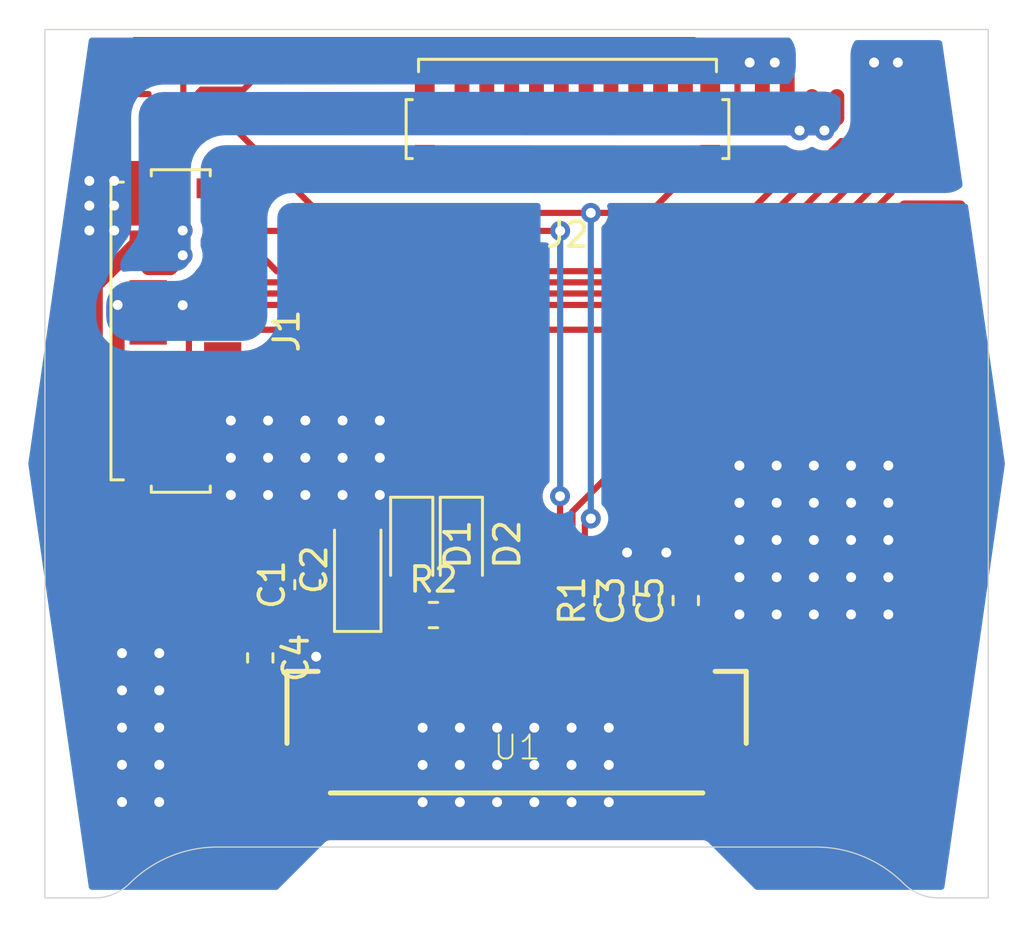
<source format=kicad_pcb>
(kicad_pcb (version 20171130) (host pcbnew 5.1.10-88a1d61d58~88~ubuntu20.04.1)

  (general
    (thickness 1.6)
    (drawings 10)
    (tracks 250)
    (zones 0)
    (modules 12)
    (nets 34)
  )

  (page A4)
  (layers
    (0 F.Cu signal)
    (31 B.Cu signal)
    (32 B.Adhes user)
    (33 F.Adhes user)
    (34 B.Paste user)
    (35 F.Paste user)
    (36 B.SilkS user)
    (37 F.SilkS user)
    (38 B.Mask user)
    (39 F.Mask user hide)
    (40 Dwgs.User user)
    (41 Cmts.User user)
    (42 Eco1.User user)
    (43 Eco2.User user)
    (44 Edge.Cuts user)
    (45 Margin user)
    (46 B.CrtYd user)
    (47 F.CrtYd user)
    (48 B.Fab user)
    (49 F.Fab user hide)
  )

  (setup
    (last_trace_width 0.25)
    (user_trace_width 0.6)
    (trace_clearance 0.2)
    (zone_clearance 0.4)
    (zone_45_only no)
    (trace_min 0.2)
    (via_size 0.8)
    (via_drill 0.4)
    (via_min_size 0.4)
    (via_min_drill 0.3)
    (uvia_size 0.3)
    (uvia_drill 0.1)
    (uvias_allowed no)
    (uvia_min_size 0.2)
    (uvia_min_drill 0.1)
    (edge_width 0.05)
    (segment_width 0.2)
    (pcb_text_width 0.3)
    (pcb_text_size 1.5 1.5)
    (mod_edge_width 0.12)
    (mod_text_size 1 1)
    (mod_text_width 0.15)
    (pad_size 1.524 1.524)
    (pad_drill 0.762)
    (pad_to_mask_clearance 0.05)
    (aux_axis_origin 122.5 67.5)
    (grid_origin 122.5 67.5)
    (visible_elements 7FFFFFFF)
    (pcbplotparams
      (layerselection 0x010cc_ffffffff)
      (usegerberextensions true)
      (usegerberattributes false)
      (usegerberadvancedattributes false)
      (creategerberjobfile false)
      (excludeedgelayer true)
      (linewidth 0.100000)
      (plotframeref false)
      (viasonmask false)
      (mode 1)
      (useauxorigin true)
      (hpglpennumber 1)
      (hpglpenspeed 20)
      (hpglpendiameter 15.000000)
      (psnegative false)
      (psa4output false)
      (plotreference false)
      (plotvalue false)
      (plotinvisibletext false)
      (padsonsilk false)
      (subtractmaskfromsilk false)
      (outputformat 1)
      (mirror false)
      (drillshape 0)
      (scaleselection 1)
      (outputdirectory "../../Gerbers/D4/"))
  )

  (net 0 "")
  (net 1 GND)
  (net 2 13V)
  (net 3 "Net-(C2-Pad1)")
  (net 4 "Net-(C3-Pad1)")
  (net 5 +3V3)
  (net 6 "Net-(C5-Pad1)")
  (net 7 "Net-(D1-Pad2)")
  (net 8 "Net-(D2-Pad2)")
  (net 9 RXD)
  (net 10 EN)
  (net 11 IO0)
  (net 12 RST)
  (net 13 DC)
  (net 14 CLK)
  (net 15 MOSI)
  (net 16 Display6_CS)
  (net 17 "Net-(R1-Pad1)")
  (net 18 "Net-(R2-Pad1)")
  (net 19 "Net-(U1-Pad29)")
  (net 20 "Net-(U1-Pad24)")
  (net 21 "Net-(U1-Pad23)")
  (net 22 "Net-(U1-Pad12)")
  (net 23 "Net-(U1-Pad6)")
  (net 24 "Net-(U1-Pad25)")
  (net 25 TXD)
  (net 26 "Net-(J2-Pad20)")
  (net 27 Display5_CS)
  (net 28 Display4_CS)
  (net 29 "Net-(J1-Pad8)")
  (net 30 "Net-(J1-Pad6)")
  (net 31 "Net-(J2-Pad14)")
  (net 32 "Net-(J2-Pad16)")
  (net 33 "Net-(J2-Pad12)")

  (net_class Default "This is the default net class."
    (clearance 0.2)
    (trace_width 0.25)
    (via_dia 0.8)
    (via_drill 0.4)
    (uvia_dia 0.3)
    (uvia_drill 0.1)
    (add_net +3V3)
    (add_net 13V)
    (add_net CLK)
    (add_net DC)
    (add_net Display4_CS)
    (add_net Display5_CS)
    (add_net Display6_CS)
    (add_net EN)
    (add_net GND)
    (add_net IO0)
    (add_net MOSI)
    (add_net "Net-(C2-Pad1)")
    (add_net "Net-(C3-Pad1)")
    (add_net "Net-(C5-Pad1)")
    (add_net "Net-(D1-Pad2)")
    (add_net "Net-(D2-Pad2)")
    (add_net "Net-(J1-Pad6)")
    (add_net "Net-(J1-Pad8)")
    (add_net "Net-(J2-Pad12)")
    (add_net "Net-(J2-Pad14)")
    (add_net "Net-(J2-Pad16)")
    (add_net "Net-(J2-Pad20)")
    (add_net "Net-(R1-Pad1)")
    (add_net "Net-(R2-Pad1)")
    (add_net "Net-(U1-Pad12)")
    (add_net "Net-(U1-Pad23)")
    (add_net "Net-(U1-Pad24)")
    (add_net "Net-(U1-Pad25)")
    (add_net "Net-(U1-Pad29)")
    (add_net "Net-(U1-Pad6)")
    (add_net RST)
    (add_net RXD)
    (add_net TXD)
  )

  (module "D1(Motherboard):FH12-20S-0.5SVA" locked (layer F.Cu) (tedit 60DCCA18) (tstamp 5F7A3A35)
    (at 124.55 54.2 180)
    (path /5F705B16)
    (fp_text reference J2 (at 0 -4.075) (layer F.SilkS)
      (effects (font (size 1 1) (thickness 0.15)))
    )
    (fp_text value Conn_01x20_Female (at 0 -5.6) (layer F.Fab)
      (effects (font (size 1 1) (thickness 0.15)))
    )
    (fp_line (start 6 2.5) (end 6 3) (layer F.SilkS) (width 0.12))
    (fp_line (start 6 3) (end -6 3) (layer F.SilkS) (width 0.12))
    (fp_line (start -6 3) (end -6 2.5) (layer F.SilkS) (width 0.12))
    (fp_line (start 6.25 1.375) (end 6.5 1.375) (layer F.SilkS) (width 0.12))
    (fp_line (start 6.5 1.375) (end 6.5 -1) (layer F.SilkS) (width 0.12))
    (fp_line (start 6.5 -1) (end 6.25 -1) (layer F.SilkS) (width 0.12))
    (fp_line (start -6.25 1.375) (end -6.5 1.375) (layer F.SilkS) (width 0.12))
    (fp_line (start -6.5 1.375) (end -6.5 -1) (layer F.SilkS) (width 0.12))
    (fp_line (start -6.5 -1) (end -6.25 -1) (layer F.SilkS) (width 0.12))
    (pad NC smd rect (at 5.75 1.35 180) (size 0.8 1.8) (layers F.Cu F.Paste F.Mask))
    (pad NC smd rect (at 5.75 -1.35 180) (size 0.8 1.8) (layers F.Cu F.Paste F.Mask))
    (pad NC smd rect (at -5.75 -1.35 180) (size 0.8 1.8) (layers F.Cu F.Paste F.Mask))
    (pad NC smd rect (at -5.75 1.35 180) (size 0.8 1.8) (layers F.Cu F.Paste F.Mask))
    (pad 1 smd rect (at -4.75 1.5 180) (size 0.6 1.5) (layers F.Cu F.Paste F.Mask)
      (net 2 13V))
    (pad 3 smd rect (at -3.75 1.5 180) (size 0.6 1.5) (layers F.Cu F.Paste F.Mask)
      (net 2 13V))
    (pad 5 smd rect (at -2.75 1.5 180) (size 0.6 1.5) (layers F.Cu F.Paste F.Mask)
      (net 5 +3V3))
    (pad 7 smd rect (at -1.75 1.5 180) (size 0.6 1.5) (layers F.Cu F.Paste F.Mask)
      (net 5 +3V3))
    (pad 9 smd rect (at -0.75 1.5 180) (size 0.6 1.5) (layers F.Cu F.Paste F.Mask)
      (net 1 GND))
    (pad 11 smd rect (at 0.25 1.5 180) (size 0.6 1.5) (layers F.Cu F.Paste F.Mask)
      (net 1 GND))
    (pad 13 smd rect (at 1.25 1.5 180) (size 0.6 1.5) (layers F.Cu F.Paste F.Mask)
      (net 9 RXD))
    (pad 15 smd rect (at 2.25 1.5 180) (size 0.6 1.5) (layers F.Cu F.Paste F.Mask)
      (net 11 IO0))
    (pad 17 smd rect (at 3.25 1.5 180) (size 0.6 1.5) (layers F.Cu F.Paste F.Mask)
      (net 10 EN))
    (pad 19 smd rect (at 4.25 1.5 180) (size 0.6 1.5) (layers F.Cu F.Paste F.Mask)
      (net 25 TXD))
    (pad 20 smd rect (at 4.75 -1.5 180) (size 0.6 1.5) (layers F.Cu F.Paste F.Mask)
      (net 26 "Net-(J2-Pad20)"))
    (pad 18 smd rect (at 3.75 -1.5 180) (size 0.6 1.5) (layers F.Cu F.Paste F.Mask)
      (net 12 RST))
    (pad 16 smd rect (at 2.75 -1.5 180) (size 0.6 1.5) (layers F.Cu F.Paste F.Mask)
      (net 32 "Net-(J2-Pad16)"))
    (pad 14 smd rect (at 1.75 -1.5 180) (size 0.6 1.5) (layers F.Cu F.Paste F.Mask)
      (net 31 "Net-(J2-Pad14)"))
    (pad 12 smd rect (at 0.75 -1.5 180) (size 0.6 1.5) (layers F.Cu F.Paste F.Mask)
      (net 33 "Net-(J2-Pad12)"))
    (pad 10 smd rect (at -0.25 -1.5 180) (size 0.6 1.5) (layers F.Cu F.Paste F.Mask)
      (net 27 Display5_CS))
    (pad 8 smd rect (at -1.25 -1.5 180) (size 0.6 1.5) (layers F.Cu F.Paste F.Mask)
      (net 16 Display6_CS))
    (pad 6 smd rect (at -2.25 -1.5 180) (size 0.6 1.5) (layers F.Cu F.Paste F.Mask)
      (net 13 DC))
    (pad 4 smd rect (at -3.25 -1.5 180) (size 0.6 1.5) (layers F.Cu F.Paste F.Mask)
      (net 15 MOSI))
    (pad 2 smd rect (at -4.25 -1.5 180) (size 0.6 1.5) (layers F.Cu F.Paste F.Mask)
      (net 14 CLK))
    (model "C:/Users/Benjamin/Desktop/KiCAD Projects/OLED Cube/Resources/Wire-to-Board Connectors/687320124422 (rev1).stp"
      (offset (xyz 0 0 1.5))
      (scale (xyz 1 1 1))
      (rotate (xyz 0 0 0))
    )
    (model "/home/benjamin/Documents/KiCAD Projects/OLED Cube/Resources/Wire-to-Board Connectors/FH12-20S-0.5SV.stp"
      (offset (xyz -15.9 9 0.5))
      (scale (xyz 1 1 1))
      (rotate (xyz -90 0 90))
    )
  )

  (module "D1(Motherboard):FH12-20S-0.5SVA" locked (layer F.Cu) (tedit 60DCCA18) (tstamp 60DCE29F)
    (at 109.16 62.15 270)
    (path /5F6F78B8)
    (fp_text reference J1 (at 0 -4.075 90) (layer F.SilkS)
      (effects (font (size 1 1) (thickness 0.15)))
    )
    (fp_text value Conn_01x20_Female (at 0 -5.6 90) (layer F.Fab)
      (effects (font (size 1 1) (thickness 0.15)))
    )
    (fp_line (start 6 2.5) (end 6 3) (layer F.SilkS) (width 0.12))
    (fp_line (start 6 3) (end -6 3) (layer F.SilkS) (width 0.12))
    (fp_line (start -6 3) (end -6 2.5) (layer F.SilkS) (width 0.12))
    (fp_line (start 6.25 1.375) (end 6.5 1.375) (layer F.SilkS) (width 0.12))
    (fp_line (start 6.5 1.375) (end 6.5 -1) (layer F.SilkS) (width 0.12))
    (fp_line (start 6.5 -1) (end 6.25 -1) (layer F.SilkS) (width 0.12))
    (fp_line (start -6.25 1.375) (end -6.5 1.375) (layer F.SilkS) (width 0.12))
    (fp_line (start -6.5 1.375) (end -6.5 -1) (layer F.SilkS) (width 0.12))
    (fp_line (start -6.5 -1) (end -6.25 -1) (layer F.SilkS) (width 0.12))
    (pad NC smd rect (at 5.75 1.35 270) (size 0.8 1.8) (layers F.Cu F.Paste F.Mask))
    (pad NC smd rect (at 5.75 -1.35 270) (size 0.8 1.8) (layers F.Cu F.Paste F.Mask))
    (pad NC smd rect (at -5.75 -1.35 270) (size 0.8 1.8) (layers F.Cu F.Paste F.Mask))
    (pad NC smd rect (at -5.75 1.35 270) (size 0.8 1.8) (layers F.Cu F.Paste F.Mask))
    (pad 1 smd rect (at -4.75 1.5 270) (size 0.6 1.5) (layers F.Cu F.Paste F.Mask)
      (net 9 RXD))
    (pad 3 smd rect (at -3.75 1.5 270) (size 0.6 1.5) (layers F.Cu F.Paste F.Mask)
      (net 11 IO0))
    (pad 5 smd rect (at -2.75 1.5 270) (size 0.6 1.5) (layers F.Cu F.Paste F.Mask)
      (net 10 EN))
    (pad 7 smd rect (at -1.75 1.5 270) (size 0.6 1.5) (layers F.Cu F.Paste F.Mask)
      (net 1 GND))
    (pad 9 smd rect (at -0.75 1.5 270) (size 0.6 1.5) (layers F.Cu F.Paste F.Mask)
      (net 1 GND))
    (pad 11 smd rect (at 0.25 1.5 270) (size 0.6 1.5) (layers F.Cu F.Paste F.Mask)
      (net 1 GND))
    (pad 13 smd rect (at 1.25 1.5 270) (size 0.6 1.5) (layers F.Cu F.Paste F.Mask)
      (net 5 +3V3))
    (pad 15 smd rect (at 2.25 1.5 270) (size 0.6 1.5) (layers F.Cu F.Paste F.Mask)
      (net 5 +3V3))
    (pad 17 smd rect (at 3.25 1.5 270) (size 0.6 1.5) (layers F.Cu F.Paste F.Mask)
      (net 2 13V))
    (pad 19 smd rect (at 4.25 1.5 270) (size 0.6 1.5) (layers F.Cu F.Paste F.Mask)
      (net 2 13V))
    (pad 20 smd rect (at 4.75 -1.5 270) (size 0.6 1.5) (layers F.Cu F.Paste F.Mask)
      (net 14 CLK))
    (pad 18 smd rect (at 3.75 -1.5 270) (size 0.6 1.5) (layers F.Cu F.Paste F.Mask)
      (net 15 MOSI))
    (pad 16 smd rect (at 2.75 -1.5 270) (size 0.6 1.5) (layers F.Cu F.Paste F.Mask)
      (net 13 DC))
    (pad 14 smd rect (at 1.75 -1.5 270) (size 0.6 1.5) (layers F.Cu F.Paste F.Mask)
      (net 16 Display6_CS))
    (pad 12 smd rect (at 0.75 -1.5 270) (size 0.6 1.5) (layers F.Cu F.Paste F.Mask)
      (net 27 Display5_CS))
    (pad 10 smd rect (at -0.25 -1.5 270) (size 0.6 1.5) (layers F.Cu F.Paste F.Mask)
      (net 28 Display4_CS))
    (pad 8 smd rect (at -1.25 -1.5 270) (size 0.6 1.5) (layers F.Cu F.Paste F.Mask)
      (net 29 "Net-(J1-Pad8)"))
    (pad 6 smd rect (at -2.25 -1.5 270) (size 0.6 1.5) (layers F.Cu F.Paste F.Mask)
      (net 30 "Net-(J1-Pad6)"))
    (pad 4 smd rect (at -3.25 -1.5 270) (size 0.6 1.5) (layers F.Cu F.Paste F.Mask)
      (net 12 RST))
    (pad 2 smd rect (at -4.25 -1.5 270) (size 0.6 1.5) (layers F.Cu F.Paste F.Mask)
      (net 25 TXD))
    (model "C:/Users/Benjamin/Desktop/KiCAD Projects/OLED Cube/Resources/Wire-to-Board Connectors/687320124422 (rev1).stp"
      (offset (xyz 0 0 1.5))
      (scale (xyz 1 1 1))
      (rotate (xyz 0 0 0))
    )
    (model "/home/benjamin/Documents/KiCAD Projects/OLED Cube/Resources/Wire-to-Board Connectors/FH12-20S-0.5SV.stp"
      (offset (xyz -15.9 9 0.5))
      (scale (xyz 1 1 1))
      (rotate (xyz -90 0 90))
    )
  )

  (module "D1(Motherboard):FPC_XF2M-3015-1A" (layer F.Cu) (tedit 5F6CAD16) (tstamp 5F6FBA91)
    (at 122.5 78.5 180)
    (descr "<b>30-Pin 0.5mm FPC</b> Top+Bottom - OMRON - XF2M-3015-1A")
    (path /5F7061B4)
    (attr smd)
    (fp_text reference U1 (at 1 -1) (layer F.SilkS)
      (effects (font (size 0.9652 0.9652) (thickness 0.077216)) (justify left bottom))
    )
    (fp_text value 4DOLED-282815 (at 6.1 0.4) (layer F.Fab)
      (effects (font (size 0.9652 0.9652) (thickness 0.077216)) (justify left bottom))
    )
    (fp_line (start -9.25 -2.27) (end -9.25 2.63) (layer F.Fab) (width 0.127))
    (fp_line (start 9.25 -2.27) (end 9.25 2.63) (layer F.Fab) (width 0.127))
    (fp_line (start 9.25 -0.27) (end 9.25 2.63) (layer F.SilkS) (width 0.2032))
    (fp_line (start -9.25 -0.27) (end -9.25 2.63) (layer F.SilkS) (width 0.2032))
    (fp_line (start 7.5 -2.27) (end -7.5 -2.27) (layer F.SilkS) (width 0.2032))
    (fp_line (start 9.25 -2.27) (end -9.25 -2.27) (layer F.Fab) (width 0.2032))
    (fp_line (start 8 2.63) (end 9.25 2.63) (layer F.SilkS) (width 0.2032))
    (fp_line (start -8 2.63) (end -9.25 2.63) (layer F.SilkS) (width 0.2032))
    (fp_line (start 9.25 2.63) (end -9.25 2.63) (layer F.Fab) (width 0.2032))
    (pad 30 smd rect (at -7.25 2.63) (size 0.25 1.1) (layers F.Cu F.Paste F.Mask)
      (net 1 GND) (solder_mask_margin 0.0762))
    (pad 29 smd rect (at -6.75 2.63) (size 0.25 1.1) (layers F.Cu F.Paste F.Mask)
      (net 19 "Net-(U1-Pad29)") (solder_mask_margin 0.0762))
    (pad 28 smd rect (at -6.25 2.63) (size 0.25 1.1) (layers F.Cu F.Paste F.Mask)
      (net 1 GND) (solder_mask_margin 0.0762))
    (pad 27 smd rect (at -5.75 2.63) (size 0.25 1.1) (layers F.Cu F.Paste F.Mask)
      (net 6 "Net-(C5-Pad1)") (solder_mask_margin 0.0762))
    (pad 26 smd rect (at -5.25 2.63) (size 0.25 1.1) (layers F.Cu F.Paste F.Mask)
      (net 4 "Net-(C3-Pad1)") (solder_mask_margin 0.0762))
    (pad 25 smd rect (at -4.75 2.63) (size 0.25 1.1) (layers F.Cu F.Paste F.Mask)
      (net 24 "Net-(U1-Pad25)") (solder_mask_margin 0.0762))
    (pad 24 smd rect (at -4.25 2.63) (size 0.25 1.1) (layers F.Cu F.Paste F.Mask)
      (net 20 "Net-(U1-Pad24)") (solder_mask_margin 0.0762))
    (pad 23 smd rect (at -3.75 2.63) (size 0.25 1.1) (layers F.Cu F.Paste F.Mask)
      (net 21 "Net-(U1-Pad23)") (solder_mask_margin 0.0762))
    (pad 22 smd rect (at -3.25 2.63) (size 0.25 1.1) (layers F.Cu F.Paste F.Mask)
      (net 17 "Net-(R1-Pad1)") (solder_mask_margin 0.0762))
    (pad 21 smd rect (at -2.75 2.63) (size 0.25 1.1) (layers F.Cu F.Paste F.Mask)
      (net 12 RST) (solder_mask_margin 0.0762))
    (pad 20 smd rect (at -2.25 2.63) (size 0.25 1.1) (layers F.Cu F.Paste F.Mask)
      (net 13 DC) (solder_mask_margin 0.0762))
    (pad 19 smd rect (at -1.75 2.63) (size 0.25 1.1) (layers F.Cu F.Paste F.Mask)
      (net 28 Display4_CS) (solder_mask_margin 0.0762))
    (pad 18 smd rect (at -1.25 2.63) (size 0.25 1.1) (layers F.Cu F.Paste F.Mask)
      (net 1 GND) (solder_mask_margin 0.0762))
    (pad 17 smd rect (at -0.75 2.63) (size 0.25 1.1) (layers F.Cu F.Paste F.Mask)
      (net 1 GND) (solder_mask_margin 0.0762))
    (pad 16 smd rect (at -0.25 2.63) (size 0.25 1.1) (layers F.Cu F.Paste F.Mask)
      (net 1 GND) (solder_mask_margin 0.0762))
    (pad 15 smd rect (at 0.25 2.63) (size 0.25 1.1) (layers F.Cu F.Paste F.Mask)
      (net 1 GND) (solder_mask_margin 0.0762))
    (pad 14 smd rect (at 0.75 2.63) (size 0.25 1.1) (layers F.Cu F.Paste F.Mask)
      (net 14 CLK) (solder_mask_margin 0.0762))
    (pad 13 smd rect (at 1.25 2.63) (size 0.25 1.1) (layers F.Cu F.Paste F.Mask)
      (net 15 MOSI) (solder_mask_margin 0.0762))
    (pad 12 smd rect (at 1.75 2.63) (size 0.25 1.1) (layers F.Cu F.Paste F.Mask)
      (net 22 "Net-(U1-Pad12)") (solder_mask_margin 0.0762))
    (pad 11 smd rect (at 2.25 2.63) (size 0.25 1.1) (layers F.Cu F.Paste F.Mask)
      (net 1 GND) (solder_mask_margin 0.0762))
    (pad 10 smd rect (at 2.75 2.63) (size 0.25 1.1) (layers F.Cu F.Paste F.Mask)
      (net 1 GND) (solder_mask_margin 0.0762))
    (pad 9 smd rect (at 3.25 2.63) (size 0.25 1.1) (layers F.Cu F.Paste F.Mask)
      (net 1 GND) (solder_mask_margin 0.0762))
    (pad 8 smd rect (at 3.75 2.63) (size 0.25 1.1) (layers F.Cu F.Paste F.Mask)
      (net 1 GND) (solder_mask_margin 0.0762))
    (pad 7 smd rect (at 4.25 2.63) (size 0.25 1.1) (layers F.Cu F.Paste F.Mask)
      (net 1 GND) (solder_mask_margin 0.0762))
    (pad 6 smd rect (at 4.75 2.63) (size 0.25 1.1) (layers F.Cu F.Paste F.Mask)
      (net 23 "Net-(U1-Pad6)") (solder_mask_margin 0.0762))
    (pad 5 smd rect (at 5.25 2.63) (size 0.25 1.1) (layers F.Cu F.Paste F.Mask)
      (net 18 "Net-(R2-Pad1)") (solder_mask_margin 0.0762))
    (pad 4 smd rect (at 5.75 2.63) (size 0.25 1.1) (layers F.Cu F.Paste F.Mask)
      (net 5 +3V3) (solder_mask_margin 0.0762))
    (pad 2 smd rect (at 6.75 2.63) (size 0.25 1.1) (layers F.Cu F.Paste F.Mask)
      (net 2 13V) (solder_mask_margin 0.0762))
    (pad 1 smd rect (at 7.25 2.63) (size 0.25 1.1) (layers F.Cu F.Paste F.Mask)
      (net 1 GND) (solder_mask_margin 0.0762))
    (pad 3 smd rect (at 6.25 2.63) (size 0.25 1.1) (layers F.Cu F.Paste F.Mask)
      (net 3 "Net-(C2-Pad1)") (solder_mask_margin 0.0762))
    (pad SUPPORT2 smd rect (at -8.9 -1.27) (size 1.7 1.5) (layers F.Cu F.Paste F.Mask)
      (solder_mask_margin 0.0762))
    (pad SUPPORT1 smd rect (at 8.9 -1.27) (size 1.7 1.5) (layers F.Cu F.Paste F.Mask)
      (solder_mask_margin 0.0762))
    (model "C:/Users/Benjamin/Desktop/KiCAD Projects/OLED Cube/Resources/Wire-to-Board Connectors/XF2M_3015_1A.step"
      (offset (xyz 0 2.25 0))
      (scale (xyz 1 1 1))
      (rotate (xyz -90 0 180))
    )
  )

  (module Capacitor_Tantalum_SMD:CP_EIA-3216-18_Kemet-A_Pad1.58x1.35mm_HandSolder (layer F.Cu) (tedit 5B301BBE) (tstamp 5F6FA798)
    (at 116.1 71.775 90)
    (descr "Tantalum Capacitor SMD Kemet-A (3216-18 Metric), IPC_7351 nominal, (Body size from: http://www.kemet.com/Lists/ProductCatalog/Attachments/253/KEM_TC101_STD.pdf), generated with kicad-footprint-generator")
    (tags "capacitor tantalum")
    (path /5F70A989)
    (attr smd)
    (fp_text reference C2 (at 0 -1.75 90) (layer F.SilkS)
      (effects (font (size 1 1) (thickness 0.15)))
    )
    (fp_text value 4.7u (at 0 1.75 90) (layer F.Fab)
      (effects (font (size 1 1) (thickness 0.15)))
    )
    (fp_line (start 2.48 1.05) (end -2.48 1.05) (layer F.CrtYd) (width 0.05))
    (fp_line (start 2.48 -1.05) (end 2.48 1.05) (layer F.CrtYd) (width 0.05))
    (fp_line (start -2.48 -1.05) (end 2.48 -1.05) (layer F.CrtYd) (width 0.05))
    (fp_line (start -2.48 1.05) (end -2.48 -1.05) (layer F.CrtYd) (width 0.05))
    (fp_line (start -2.485 0.935) (end 1.6 0.935) (layer F.SilkS) (width 0.12))
    (fp_line (start -2.485 -0.935) (end -2.485 0.935) (layer F.SilkS) (width 0.12))
    (fp_line (start 1.6 -0.935) (end -2.485 -0.935) (layer F.SilkS) (width 0.12))
    (fp_line (start 1.6 0.8) (end 1.6 -0.8) (layer F.Fab) (width 0.1))
    (fp_line (start -1.6 0.8) (end 1.6 0.8) (layer F.Fab) (width 0.1))
    (fp_line (start -1.6 -0.4) (end -1.6 0.8) (layer F.Fab) (width 0.1))
    (fp_line (start -1.2 -0.8) (end -1.6 -0.4) (layer F.Fab) (width 0.1))
    (fp_line (start 1.6 -0.8) (end -1.2 -0.8) (layer F.Fab) (width 0.1))
    (fp_text user %R (at 0 0 90) (layer F.Fab)
      (effects (font (size 0.8 0.8) (thickness 0.12)))
    )
    (pad 2 smd roundrect (at 1.4375 0 90) (size 1.575 1.35) (layers F.Cu F.Paste F.Mask) (roundrect_rratio 0.185185)
      (net 1 GND))
    (pad 1 smd roundrect (at -1.4375 0 90) (size 1.575 1.35) (layers F.Cu F.Paste F.Mask) (roundrect_rratio 0.185185)
      (net 3 "Net-(C2-Pad1)"))
    (model ${KISYS3DMOD}/Capacitor_Tantalum_SMD.3dshapes/CP_EIA-3216-18_Kemet-A.wrl
      (at (xyz 0 0 0))
      (scale (xyz 1 1 1))
      (rotate (xyz 0 0 0))
    )
  )

  (module Resistor_SMD:R_0603_1608Metric_Pad1.05x0.95mm_HandSolder placed (layer F.Cu) (tedit 5B301BBD) (tstamp 5F6FA867)
    (at 119.15 73.6)
    (descr "Resistor SMD 0603 (1608 Metric), square (rectangular) end terminal, IPC_7351 nominal with elongated pad for handsoldering. (Body size source: http://www.tortai-tech.com/upload/download/2011102023233369053.pdf), generated with kicad-footprint-generator")
    (tags "resistor handsolder")
    (path /5F7078FF)
    (attr smd)
    (fp_text reference R2 (at 0 -1.43) (layer F.SilkS)
      (effects (font (size 1 1) (thickness 0.15)))
    )
    (fp_text value 50R (at 0 1.43) (layer F.Fab)
      (effects (font (size 1 1) (thickness 0.15)))
    )
    (fp_line (start 1.65 0.73) (end -1.65 0.73) (layer F.CrtYd) (width 0.05))
    (fp_line (start 1.65 -0.73) (end 1.65 0.73) (layer F.CrtYd) (width 0.05))
    (fp_line (start -1.65 -0.73) (end 1.65 -0.73) (layer F.CrtYd) (width 0.05))
    (fp_line (start -1.65 0.73) (end -1.65 -0.73) (layer F.CrtYd) (width 0.05))
    (fp_line (start -0.171267 0.51) (end 0.171267 0.51) (layer F.SilkS) (width 0.12))
    (fp_line (start -0.171267 -0.51) (end 0.171267 -0.51) (layer F.SilkS) (width 0.12))
    (fp_line (start 0.8 0.4) (end -0.8 0.4) (layer F.Fab) (width 0.1))
    (fp_line (start 0.8 -0.4) (end 0.8 0.4) (layer F.Fab) (width 0.1))
    (fp_line (start -0.8 -0.4) (end 0.8 -0.4) (layer F.Fab) (width 0.1))
    (fp_line (start -0.8 0.4) (end -0.8 -0.4) (layer F.Fab) (width 0.1))
    (fp_text user %R (at 0 0) (layer F.Fab)
      (effects (font (size 0.4 0.4) (thickness 0.06)))
    )
    (pad 2 smd roundrect (at 0.875 0) (size 1.05 0.95) (layers F.Cu F.Paste F.Mask) (roundrect_rratio 0.25)
      (net 8 "Net-(D2-Pad2)"))
    (pad 1 smd roundrect (at -0.875 0) (size 1.05 0.95) (layers F.Cu F.Paste F.Mask) (roundrect_rratio 0.25)
      (net 18 "Net-(R2-Pad1)"))
    (model ${KISYS3DMOD}/Resistor_SMD.3dshapes/R_0603_1608Metric.wrl
      (at (xyz 0 0 0))
      (scale (xyz 1 1 1))
      (rotate (xyz 0 0 0))
    )
  )

  (module Resistor_SMD:R_0603_1608Metric_Pad1.05x0.95mm_HandSolder placed (layer F.Cu) (tedit 5B301BBD) (tstamp 5F6FA856)
    (at 126.165 73.015 90)
    (descr "Resistor SMD 0603 (1608 Metric), square (rectangular) end terminal, IPC_7351 nominal with elongated pad for handsoldering. (Body size source: http://www.tortai-tech.com/upload/download/2011102023233369053.pdf), generated with kicad-footprint-generator")
    (tags "resistor handsolder")
    (path /5F7351EB)
    (attr smd)
    (fp_text reference R1 (at 0 -1.43 90) (layer F.SilkS)
      (effects (font (size 1 1) (thickness 0.15)))
    )
    (fp_text value 560k (at 0 1.43 90) (layer F.Fab)
      (effects (font (size 1 1) (thickness 0.15)))
    )
    (fp_line (start 1.65 0.73) (end -1.65 0.73) (layer F.CrtYd) (width 0.05))
    (fp_line (start 1.65 -0.73) (end 1.65 0.73) (layer F.CrtYd) (width 0.05))
    (fp_line (start -1.65 -0.73) (end 1.65 -0.73) (layer F.CrtYd) (width 0.05))
    (fp_line (start -1.65 0.73) (end -1.65 -0.73) (layer F.CrtYd) (width 0.05))
    (fp_line (start -0.171267 0.51) (end 0.171267 0.51) (layer F.SilkS) (width 0.12))
    (fp_line (start -0.171267 -0.51) (end 0.171267 -0.51) (layer F.SilkS) (width 0.12))
    (fp_line (start 0.8 0.4) (end -0.8 0.4) (layer F.Fab) (width 0.1))
    (fp_line (start 0.8 -0.4) (end 0.8 0.4) (layer F.Fab) (width 0.1))
    (fp_line (start -0.8 -0.4) (end 0.8 -0.4) (layer F.Fab) (width 0.1))
    (fp_line (start -0.8 0.4) (end -0.8 -0.4) (layer F.Fab) (width 0.1))
    (fp_text user %R (at 0 0 90) (layer F.Fab)
      (effects (font (size 0.4 0.4) (thickness 0.06)))
    )
    (pad 2 smd roundrect (at 0.875 0 90) (size 1.05 0.95) (layers F.Cu F.Paste F.Mask) (roundrect_rratio 0.25)
      (net 1 GND))
    (pad 1 smd roundrect (at -0.875 0 90) (size 1.05 0.95) (layers F.Cu F.Paste F.Mask) (roundrect_rratio 0.25)
      (net 17 "Net-(R1-Pad1)"))
    (model ${KISYS3DMOD}/Resistor_SMD.3dshapes/R_0603_1608Metric.wrl
      (at (xyz 0 0 0))
      (scale (xyz 1 1 1))
      (rotate (xyz 0 0 0))
    )
  )

  (module Diode_SMD:D_SOD-323_HandSoldering placed (layer F.Cu) (tedit 58641869) (tstamp 5F6FA7FB)
    (at 120.275 70.75 270)
    (descr SOD-323)
    (tags SOD-323)
    (path /5F7067CC)
    (attr smd)
    (fp_text reference D2 (at 0 -1.85 90) (layer F.SilkS)
      (effects (font (size 1 1) (thickness 0.15)))
    )
    (fp_text value 1N4148 (at 0.1 1.9 90) (layer F.Fab)
      (effects (font (size 1 1) (thickness 0.15)))
    )
    (fp_line (start -1.9 -0.85) (end 1.25 -0.85) (layer F.SilkS) (width 0.12))
    (fp_line (start -1.9 0.85) (end 1.25 0.85) (layer F.SilkS) (width 0.12))
    (fp_line (start -2 -0.95) (end -2 0.95) (layer F.CrtYd) (width 0.05))
    (fp_line (start -2 0.95) (end 2 0.95) (layer F.CrtYd) (width 0.05))
    (fp_line (start 2 -0.95) (end 2 0.95) (layer F.CrtYd) (width 0.05))
    (fp_line (start -2 -0.95) (end 2 -0.95) (layer F.CrtYd) (width 0.05))
    (fp_line (start -0.9 -0.7) (end 0.9 -0.7) (layer F.Fab) (width 0.1))
    (fp_line (start 0.9 -0.7) (end 0.9 0.7) (layer F.Fab) (width 0.1))
    (fp_line (start 0.9 0.7) (end -0.9 0.7) (layer F.Fab) (width 0.1))
    (fp_line (start -0.9 0.7) (end -0.9 -0.7) (layer F.Fab) (width 0.1))
    (fp_line (start -0.3 -0.35) (end -0.3 0.35) (layer F.Fab) (width 0.1))
    (fp_line (start -0.3 0) (end -0.5 0) (layer F.Fab) (width 0.1))
    (fp_line (start -0.3 0) (end 0.2 -0.35) (layer F.Fab) (width 0.1))
    (fp_line (start 0.2 -0.35) (end 0.2 0.35) (layer F.Fab) (width 0.1))
    (fp_line (start 0.2 0.35) (end -0.3 0) (layer F.Fab) (width 0.1))
    (fp_line (start 0.2 0) (end 0.45 0) (layer F.Fab) (width 0.1))
    (fp_line (start -1.9 -0.85) (end -1.9 0.85) (layer F.SilkS) (width 0.12))
    (fp_text user %R (at 0 -1.85 90) (layer F.Fab)
      (effects (font (size 1 1) (thickness 0.15)))
    )
    (pad 2 smd rect (at 1.25 0 270) (size 1 1) (layers F.Cu F.Paste F.Mask)
      (net 8 "Net-(D2-Pad2)"))
    (pad 1 smd rect (at -1.25 0 270) (size 1 1) (layers F.Cu F.Paste F.Mask)
      (net 7 "Net-(D1-Pad2)"))
    (model ${KISYS3DMOD}/Diode_SMD.3dshapes/D_SOD-323.wrl
      (at (xyz 0 0 0))
      (scale (xyz 1 1 1))
      (rotate (xyz 0 0 0))
    )
  )

  (module Diode_SMD:D_SOD-323_HandSoldering placed (layer F.Cu) (tedit 58641869) (tstamp 5F6FA7E3)
    (at 118.275 70.75 270)
    (descr SOD-323)
    (tags SOD-323)
    (path /5F7128B0)
    (attr smd)
    (fp_text reference D1 (at 0 -1.85 90) (layer F.SilkS)
      (effects (font (size 1 1) (thickness 0.15)))
    )
    (fp_text value 1N4148 (at 0.1 1.9 90) (layer F.Fab)
      (effects (font (size 1 1) (thickness 0.15)))
    )
    (fp_line (start -1.9 -0.85) (end 1.25 -0.85) (layer F.SilkS) (width 0.12))
    (fp_line (start -1.9 0.85) (end 1.25 0.85) (layer F.SilkS) (width 0.12))
    (fp_line (start -2 -0.95) (end -2 0.95) (layer F.CrtYd) (width 0.05))
    (fp_line (start -2 0.95) (end 2 0.95) (layer F.CrtYd) (width 0.05))
    (fp_line (start 2 -0.95) (end 2 0.95) (layer F.CrtYd) (width 0.05))
    (fp_line (start -2 -0.95) (end 2 -0.95) (layer F.CrtYd) (width 0.05))
    (fp_line (start -0.9 -0.7) (end 0.9 -0.7) (layer F.Fab) (width 0.1))
    (fp_line (start 0.9 -0.7) (end 0.9 0.7) (layer F.Fab) (width 0.1))
    (fp_line (start 0.9 0.7) (end -0.9 0.7) (layer F.Fab) (width 0.1))
    (fp_line (start -0.9 0.7) (end -0.9 -0.7) (layer F.Fab) (width 0.1))
    (fp_line (start -0.3 -0.35) (end -0.3 0.35) (layer F.Fab) (width 0.1))
    (fp_line (start -0.3 0) (end -0.5 0) (layer F.Fab) (width 0.1))
    (fp_line (start -0.3 0) (end 0.2 -0.35) (layer F.Fab) (width 0.1))
    (fp_line (start 0.2 -0.35) (end 0.2 0.35) (layer F.Fab) (width 0.1))
    (fp_line (start 0.2 0.35) (end -0.3 0) (layer F.Fab) (width 0.1))
    (fp_line (start 0.2 0) (end 0.45 0) (layer F.Fab) (width 0.1))
    (fp_line (start -1.9 -0.85) (end -1.9 0.85) (layer F.SilkS) (width 0.12))
    (fp_text user %R (at 0 -1.85 90) (layer F.Fab)
      (effects (font (size 1 1) (thickness 0.15)))
    )
    (pad 2 smd rect (at 1.25 0 270) (size 1 1) (layers F.Cu F.Paste F.Mask)
      (net 7 "Net-(D1-Pad2)"))
    (pad 1 smd rect (at -1.25 0 270) (size 1 1) (layers F.Cu F.Paste F.Mask)
      (net 1 GND))
    (model ${KISYS3DMOD}/Diode_SMD.3dshapes/D_SOD-323.wrl
      (at (xyz 0 0 0))
      (scale (xyz 1 1 1))
      (rotate (xyz 0 0 0))
    )
  )

  (module Capacitor_SMD:C_0603_1608Metric_Pad1.05x0.95mm_HandSolder placed (layer F.Cu) (tedit 5B301BBE) (tstamp 5F6FA7CB)
    (at 129.315 73.015 90)
    (descr "Capacitor SMD 0603 (1608 Metric), square (rectangular) end terminal, IPC_7351 nominal with elongated pad for handsoldering. (Body size source: http://www.tortai-tech.com/upload/download/2011102023233369053.pdf), generated with kicad-footprint-generator")
    (tags "capacitor handsolder")
    (path /5F730DDB)
    (attr smd)
    (fp_text reference C5 (at 0 -1.43 90) (layer F.SilkS)
      (effects (font (size 1 1) (thickness 0.15)))
    )
    (fp_text value 10u (at 0 1.43 90) (layer F.Fab)
      (effects (font (size 1 1) (thickness 0.15)))
    )
    (fp_line (start 1.65 0.73) (end -1.65 0.73) (layer F.CrtYd) (width 0.05))
    (fp_line (start 1.65 -0.73) (end 1.65 0.73) (layer F.CrtYd) (width 0.05))
    (fp_line (start -1.65 -0.73) (end 1.65 -0.73) (layer F.CrtYd) (width 0.05))
    (fp_line (start -1.65 0.73) (end -1.65 -0.73) (layer F.CrtYd) (width 0.05))
    (fp_line (start -0.171267 0.51) (end 0.171267 0.51) (layer F.SilkS) (width 0.12))
    (fp_line (start -0.171267 -0.51) (end 0.171267 -0.51) (layer F.SilkS) (width 0.12))
    (fp_line (start 0.8 0.4) (end -0.8 0.4) (layer F.Fab) (width 0.1))
    (fp_line (start 0.8 -0.4) (end 0.8 0.4) (layer F.Fab) (width 0.1))
    (fp_line (start -0.8 -0.4) (end 0.8 -0.4) (layer F.Fab) (width 0.1))
    (fp_line (start -0.8 0.4) (end -0.8 -0.4) (layer F.Fab) (width 0.1))
    (fp_text user %R (at 0 0 90) (layer F.Fab)
      (effects (font (size 0.4 0.4) (thickness 0.06)))
    )
    (pad 2 smd roundrect (at 0.875 0 90) (size 1.05 0.95) (layers F.Cu F.Paste F.Mask) (roundrect_rratio 0.25)
      (net 1 GND))
    (pad 1 smd roundrect (at -0.875 0 90) (size 1.05 0.95) (layers F.Cu F.Paste F.Mask) (roundrect_rratio 0.25)
      (net 6 "Net-(C5-Pad1)"))
    (model ${KISYS3DMOD}/Capacitor_SMD.3dshapes/C_0603_1608Metric.wrl
      (at (xyz 0 0 0))
      (scale (xyz 1 1 1))
      (rotate (xyz 0 0 0))
    )
  )

  (module Capacitor_SMD:C_0603_1608Metric_Pad1.05x0.95mm_HandSolder placed (layer F.Cu) (tedit 5B301BBE) (tstamp 5F6FA7BA)
    (at 112.175 75.324999 270)
    (descr "Capacitor SMD 0603 (1608 Metric), square (rectangular) end terminal, IPC_7351 nominal with elongated pad for handsoldering. (Body size source: http://www.tortai-tech.com/upload/download/2011102023233369053.pdf), generated with kicad-footprint-generator")
    (tags "capacitor handsolder")
    (path /5F70A69C)
    (attr smd)
    (fp_text reference C4 (at 0 -1.43 90) (layer F.SilkS)
      (effects (font (size 1 1) (thickness 0.15)))
    )
    (fp_text value 1u (at 0 1.43 90) (layer F.Fab)
      (effects (font (size 1 1) (thickness 0.15)))
    )
    (fp_line (start 1.65 0.73) (end -1.65 0.73) (layer F.CrtYd) (width 0.05))
    (fp_line (start 1.65 -0.73) (end 1.65 0.73) (layer F.CrtYd) (width 0.05))
    (fp_line (start -1.65 -0.73) (end 1.65 -0.73) (layer F.CrtYd) (width 0.05))
    (fp_line (start -1.65 0.73) (end -1.65 -0.73) (layer F.CrtYd) (width 0.05))
    (fp_line (start -0.171267 0.51) (end 0.171267 0.51) (layer F.SilkS) (width 0.12))
    (fp_line (start -0.171267 -0.51) (end 0.171267 -0.51) (layer F.SilkS) (width 0.12))
    (fp_line (start 0.8 0.4) (end -0.8 0.4) (layer F.Fab) (width 0.1))
    (fp_line (start 0.8 -0.4) (end 0.8 0.4) (layer F.Fab) (width 0.1))
    (fp_line (start -0.8 -0.4) (end 0.8 -0.4) (layer F.Fab) (width 0.1))
    (fp_line (start -0.8 0.4) (end -0.8 -0.4) (layer F.Fab) (width 0.1))
    (fp_text user %R (at 0 0 90) (layer F.Fab)
      (effects (font (size 0.4 0.4) (thickness 0.06)))
    )
    (pad 2 smd roundrect (at 0.875 0 270) (size 1.05 0.95) (layers F.Cu F.Paste F.Mask) (roundrect_rratio 0.25)
      (net 1 GND))
    (pad 1 smd roundrect (at -0.875 0 270) (size 1.05 0.95) (layers F.Cu F.Paste F.Mask) (roundrect_rratio 0.25)
      (net 5 +3V3))
    (model ${KISYS3DMOD}/Capacitor_SMD.3dshapes/C_0603_1608Metric.wrl
      (at (xyz 0 0 0))
      (scale (xyz 1 1 1))
      (rotate (xyz 0 0 0))
    )
  )

  (module Capacitor_SMD:C_0603_1608Metric_Pad1.05x0.95mm_HandSolder placed (layer F.Cu) (tedit 5B301BBE) (tstamp 5F6FA7A9)
    (at 127.74 73.015 90)
    (descr "Capacitor SMD 0603 (1608 Metric), square (rectangular) end terminal, IPC_7351 nominal with elongated pad for handsoldering. (Body size source: http://www.tortai-tech.com/upload/download/2011102023233369053.pdf), generated with kicad-footprint-generator")
    (tags "capacitor handsolder")
    (path /5F734177)
    (attr smd)
    (fp_text reference C3 (at 0 -1.43 90) (layer F.SilkS)
      (effects (font (size 1 1) (thickness 0.15)))
    )
    (fp_text value 0.1u (at 0 1.43 90) (layer F.Fab)
      (effects (font (size 1 1) (thickness 0.15)))
    )
    (fp_line (start 1.65 0.73) (end -1.65 0.73) (layer F.CrtYd) (width 0.05))
    (fp_line (start 1.65 -0.73) (end 1.65 0.73) (layer F.CrtYd) (width 0.05))
    (fp_line (start -1.65 -0.73) (end 1.65 -0.73) (layer F.CrtYd) (width 0.05))
    (fp_line (start -1.65 0.73) (end -1.65 -0.73) (layer F.CrtYd) (width 0.05))
    (fp_line (start -0.171267 0.51) (end 0.171267 0.51) (layer F.SilkS) (width 0.12))
    (fp_line (start -0.171267 -0.51) (end 0.171267 -0.51) (layer F.SilkS) (width 0.12))
    (fp_line (start 0.8 0.4) (end -0.8 0.4) (layer F.Fab) (width 0.1))
    (fp_line (start 0.8 -0.4) (end 0.8 0.4) (layer F.Fab) (width 0.1))
    (fp_line (start -0.8 -0.4) (end 0.8 -0.4) (layer F.Fab) (width 0.1))
    (fp_line (start -0.8 0.4) (end -0.8 -0.4) (layer F.Fab) (width 0.1))
    (fp_text user %R (at 0 0 90) (layer F.Fab)
      (effects (font (size 0.4 0.4) (thickness 0.06)))
    )
    (pad 2 smd roundrect (at 0.875 0 90) (size 1.05 0.95) (layers F.Cu F.Paste F.Mask) (roundrect_rratio 0.25)
      (net 1 GND))
    (pad 1 smd roundrect (at -0.875 0 90) (size 1.05 0.95) (layers F.Cu F.Paste F.Mask) (roundrect_rratio 0.25)
      (net 4 "Net-(C3-Pad1)"))
    (model ${KISYS3DMOD}/Capacitor_SMD.3dshapes/C_0603_1608Metric.wrl
      (at (xyz 0 0 0))
      (scale (xyz 1 1 1))
      (rotate (xyz 0 0 0))
    )
  )

  (module Capacitor_SMD:C_0603_1608Metric_Pad1.05x0.95mm_HandSolder placed (layer F.Cu) (tedit 5B301BBE) (tstamp 5F6FA787)
    (at 114.075 72.375 90)
    (descr "Capacitor SMD 0603 (1608 Metric), square (rectangular) end terminal, IPC_7351 nominal with elongated pad for handsoldering. (Body size source: http://www.tortai-tech.com/upload/download/2011102023233369053.pdf), generated with kicad-footprint-generator")
    (tags "capacitor handsolder")
    (path /5F709917)
    (attr smd)
    (fp_text reference C1 (at 0 -1.43 90) (layer F.SilkS)
      (effects (font (size 1 1) (thickness 0.15)))
    )
    (fp_text value 10u (at 0 1.43 90) (layer F.Fab)
      (effects (font (size 1 1) (thickness 0.15)))
    )
    (fp_line (start 1.65 0.73) (end -1.65 0.73) (layer F.CrtYd) (width 0.05))
    (fp_line (start 1.65 -0.73) (end 1.65 0.73) (layer F.CrtYd) (width 0.05))
    (fp_line (start -1.65 -0.73) (end 1.65 -0.73) (layer F.CrtYd) (width 0.05))
    (fp_line (start -1.65 0.73) (end -1.65 -0.73) (layer F.CrtYd) (width 0.05))
    (fp_line (start -0.171267 0.51) (end 0.171267 0.51) (layer F.SilkS) (width 0.12))
    (fp_line (start -0.171267 -0.51) (end 0.171267 -0.51) (layer F.SilkS) (width 0.12))
    (fp_line (start 0.8 0.4) (end -0.8 0.4) (layer F.Fab) (width 0.1))
    (fp_line (start 0.8 -0.4) (end 0.8 0.4) (layer F.Fab) (width 0.1))
    (fp_line (start -0.8 -0.4) (end 0.8 -0.4) (layer F.Fab) (width 0.1))
    (fp_line (start -0.8 0.4) (end -0.8 -0.4) (layer F.Fab) (width 0.1))
    (fp_text user %R (at 0 0 90) (layer F.Fab)
      (effects (font (size 0.4 0.4) (thickness 0.06)))
    )
    (pad 2 smd roundrect (at 0.875 0 90) (size 1.05 0.95) (layers F.Cu F.Paste F.Mask) (roundrect_rratio 0.25)
      (net 1 GND))
    (pad 1 smd roundrect (at -0.875 0 90) (size 1.05 0.95) (layers F.Cu F.Paste F.Mask) (roundrect_rratio 0.25)
      (net 2 13V))
    (model ${KISYS3DMOD}/Capacitor_SMD.3dshapes/C_0603_1608Metric.wrl
      (at (xyz 0 0 0))
      (scale (xyz 1 1 1))
      (rotate (xyz 0 0 0))
    )
  )

  (gr_arc (start 134.54885 87.951125) (end 138.085769 84.414206) (angle -45) (layer Edge.Cuts) (width 0.05) (tstamp 60DC72A6))
  (gr_arc (start 139.5 82.999975) (end 138.085769 84.414206) (angle -45) (layer Edge.Cuts) (width 0.05) (tstamp 60DC7293))
  (gr_arc (start 110.45115 87.951126) (end 110.45115 82.949167) (angle -45) (layer Edge.Cuts) (width 0.05))
  (gr_arc (start 105.5 82.999976) (end 105.5 85) (angle -45) (layer Edge.Cuts) (width 0.05))
  (gr_line (start 134.54885 82.949166) (end 110.45115 82.949167) (layer Edge.Cuts) (width 0.05))
  (gr_line (start 105.5 85) (end 103.5 85) (layer Edge.Cuts) (width 0.05) (tstamp 5F6FA288))
  (gr_line (start 103.5 85) (end 103.5 50) (layer Edge.Cuts) (width 0.05) (tstamp 5F6FA16D))
  (gr_line (start 141.5 85) (end 139.5 85) (layer Edge.Cuts) (width 0.05))
  (gr_line (start 141.5 50) (end 141.5 85) (layer Edge.Cuts) (width 0.05))
  (gr_line (start 103.5 50) (end 141.5 50) (layer Edge.Cuts) (width 0.05))

  (via (at 110.99 65.76) (size 0.8) (drill 0.4) (layers F.Cu B.Cu) (net 15))
  (via (at 112.49 65.76) (size 0.8) (drill 0.4) (layers F.Cu B.Cu) (net 1) (tstamp 5F81D6E9))
  (via (at 113.99 65.76) (size 0.8) (drill 0.4) (layers F.Cu B.Cu) (net 1) (tstamp 5F81D6EB))
  (via (at 115.49 65.76) (size 0.8) (drill 0.4) (layers F.Cu B.Cu) (net 1) (tstamp 5F81D6ED))
  (via (at 116.99 65.76) (size 0.8) (drill 0.4) (layers F.Cu B.Cu) (net 1) (tstamp 5F81D6EF))
  (via (at 110.99 67.26) (size 0.8) (drill 0.4) (layers F.Cu B.Cu) (net 1) (tstamp 5F81D6F1))
  (via (at 112.49 67.26) (size 0.8) (drill 0.4) (layers F.Cu B.Cu) (net 1) (tstamp 5F81D6F3))
  (via (at 113.99 67.26) (size 0.8) (drill 0.4) (layers F.Cu B.Cu) (net 1) (tstamp 5F81D6F5))
  (via (at 115.49 67.26) (size 0.8) (drill 0.4) (layers F.Cu B.Cu) (net 1) (tstamp 5F81D6F7))
  (via (at 116.99 67.26) (size 0.8) (drill 0.4) (layers F.Cu B.Cu) (net 1) (tstamp 5F81D6F9))
  (via (at 110.99 68.76) (size 0.8) (drill 0.4) (layers F.Cu B.Cu) (net 1) (tstamp 5F81D6FB))
  (via (at 112.49 68.76) (size 0.8) (drill 0.4) (layers F.Cu B.Cu) (net 1) (tstamp 5F81D6FD))
  (via (at 113.99 68.76) (size 0.8) (drill 0.4) (layers F.Cu B.Cu) (net 1) (tstamp 5F81D6FF))
  (via (at 115.49 68.76) (size 0.8) (drill 0.4) (layers F.Cu B.Cu) (net 1) (tstamp 5F81D701))
  (via (at 116.99 68.76) (size 0.8) (drill 0.4) (layers F.Cu B.Cu) (net 1) (tstamp 5F81D703))
  (via (at 118.715 78.14) (size 0.8) (drill 0.4) (layers F.Cu B.Cu) (net 1) (tstamp 5F81D811))
  (via (at 114.425 75.275) (size 0.8) (drill 0.4) (layers F.Cu B.Cu) (net 1))
  (segment (start 115.25 75.55) (end 115.25 75.87) (width 0.25) (layer F.Cu) (net 1))
  (segment (start 114.425 75.275) (end 114.975 75.275) (width 0.25) (layer F.Cu) (net 1))
  (segment (start 114.975 75.275) (end 115.25 75.55) (width 0.25) (layer F.Cu) (net 1))
  (segment (start 119.75 75.87) (end 120.124999 75.87) (width 0.6) (layer F.Cu) (net 1))
  (segment (start 118.75 75.87) (end 118.375001 75.87) (width 0.6) (layer F.Cu) (net 1))
  (segment (start 122.75 75.87) (end 122.37501 75.87) (width 0.6) (layer F.Cu) (net 1))
  (segment (start 123.25 75.87) (end 123.62499 75.87) (width 0.6) (layer F.Cu) (net 1))
  (via (at 131.475 67.575) (size 0.8) (drill 0.4) (layers F.Cu B.Cu) (net 1))
  (via (at 132.975 67.575) (size 0.8) (drill 0.4) (layers F.Cu B.Cu) (net 1) (tstamp 5F81D8EF))
  (via (at 134.475 67.575) (size 0.8) (drill 0.4) (layers F.Cu B.Cu) (net 1) (tstamp 5F81D8F1))
  (via (at 135.975 67.575) (size 0.8) (drill 0.4) (layers F.Cu B.Cu) (net 1) (tstamp 5F81D8F3))
  (via (at 137.475 67.575) (size 0.8) (drill 0.4) (layers F.Cu B.Cu) (net 1) (tstamp 5F81D8F5))
  (via (at 131.475 69.075) (size 0.8) (drill 0.4) (layers F.Cu B.Cu) (net 1) (tstamp 5FAFF07A))
  (via (at 132.975 69.075) (size 0.8) (drill 0.4) (layers F.Cu B.Cu) (net 1) (tstamp 5F81D8F9))
  (via (at 134.475 69.075) (size 0.8) (drill 0.4) (layers F.Cu B.Cu) (net 1) (tstamp 5F81D8FB))
  (via (at 135.975 69.075) (size 0.8) (drill 0.4) (layers F.Cu B.Cu) (net 1) (tstamp 5F81D8FD))
  (via (at 137.475 69.075) (size 0.8) (drill 0.4) (layers F.Cu B.Cu) (net 1) (tstamp 5F81D8FF))
  (via (at 131.475 70.575) (size 0.8) (drill 0.4) (layers F.Cu B.Cu) (net 1) (tstamp 5F81D901))
  (via (at 132.975 70.575) (size 0.8) (drill 0.4) (layers F.Cu B.Cu) (net 1) (tstamp 5F81D903))
  (via (at 134.475 70.575) (size 0.8) (drill 0.4) (layers F.Cu B.Cu) (net 1) (tstamp 5F81D905))
  (via (at 135.975 70.575) (size 0.8) (drill 0.4) (layers F.Cu B.Cu) (net 1) (tstamp 5F81D907))
  (via (at 137.475 70.575) (size 0.8) (drill 0.4) (layers F.Cu B.Cu) (net 1) (tstamp 5F81D909))
  (via (at 131.475 72.075) (size 0.8) (drill 0.4) (layers F.Cu B.Cu) (net 1) (tstamp 5F81D90B))
  (via (at 132.975 72.075) (size 0.8) (drill 0.4) (layers F.Cu B.Cu) (net 1) (tstamp 5F81D90D))
  (via (at 134.475 72.075) (size 0.8) (drill 0.4) (layers F.Cu B.Cu) (net 1) (tstamp 5F81D90F))
  (via (at 135.975 72.075) (size 0.8) (drill 0.4) (layers F.Cu B.Cu) (net 1) (tstamp 5F81D911))
  (via (at 137.475 72.075) (size 0.8) (drill 0.4) (layers F.Cu B.Cu) (net 1) (tstamp 5F81D913))
  (via (at 131.475 73.575) (size 0.8) (drill 0.4) (layers F.Cu B.Cu) (net 1) (tstamp 5F81D915))
  (via (at 132.975 73.575) (size 0.8) (drill 0.4) (layers F.Cu B.Cu) (net 1) (tstamp 5F81D917))
  (via (at 134.475 73.575) (size 0.8) (drill 0.4) (layers F.Cu B.Cu) (net 1) (tstamp 5F81D919))
  (via (at 135.975 73.575) (size 0.8) (drill 0.4) (layers F.Cu B.Cu) (net 1) (tstamp 5F81D91B))
  (via (at 137.475 73.575) (size 0.8) (drill 0.4) (layers F.Cu B.Cu) (net 1) (tstamp 5F81D91D))
  (via (at 132.9 51.33) (size 0.8) (drill 0.4) (layers F.Cu B.Cu) (net 1))
  (via (at 131.89 51.33) (size 0.8) (drill 0.4) (layers F.Cu B.Cu) (net 1))
  (via (at 106.29 56.1) (size 0.8) (drill 0.4) (layers F.Cu B.Cu) (net 9))
  (via (at 106.29 57.1) (size 0.8) (drill 0.4) (layers F.Cu B.Cu) (net 0) (tstamp 5FAFE0F5))
  (via (at 106.29 58.1) (size 0.8) (drill 0.4) (layers F.Cu B.Cu) (net 9) (tstamp 5FAFE0F7))
  (segment (start 106.79 55.6) (end 106.29 56.1) (width 0.6) (layer F.Cu) (net 9))
  (segment (start 107.675 55.6) (end 106.79 55.6) (width 0.6) (layer F.Cu) (net 9))
  (segment (start 106.79 56.6) (end 106.29 57.1) (width 0.6) (layer F.Cu) (net 0))
  (segment (start 107.675 56.6) (end 106.79 56.6) (width 0.6) (layer F.Cu) (net 0))
  (segment (start 106.79 57.6) (end 107.675 57.6) (width 0.6) (layer F.Cu) (net 9))
  (segment (start 106.29 58.1) (end 106.79 57.6) (width 0.6) (layer F.Cu) (net 9))
  (segment (start 133.4 51.83) (end 132.9 51.33) (width 0.6) (layer F.Cu) (net 1))
  (segment (start 133.4 52.7) (end 133.4 51.83) (width 0.6) (layer F.Cu) (net 1))
  (segment (start 132.4 51.84) (end 131.89 51.33) (width 0.6) (layer F.Cu) (net 1))
  (segment (start 132.4 52.7) (end 132.4 51.84) (width 0.6) (layer F.Cu) (net 1))
  (via (at 120.215 78.14) (size 0.8) (drill 0.4) (layers F.Cu B.Cu) (net 1) (tstamp 5FAFEFC0))
  (via (at 121.715 78.14) (size 0.8) (drill 0.4) (layers F.Cu B.Cu) (net 1) (tstamp 5FAFEFC2))
  (via (at 123.215 78.14) (size 0.8) (drill 0.4) (layers F.Cu B.Cu) (net 1) (tstamp 5FAFEFC4))
  (via (at 124.715 78.14) (size 0.8) (drill 0.4) (layers F.Cu B.Cu) (net 1) (tstamp 5FAFEFC6))
  (via (at 126.215 78.14) (size 0.8) (drill 0.4) (layers F.Cu B.Cu) (net 1) (tstamp 5FAFEFC8))
  (via (at 118.715 79.64) (size 0.8) (drill 0.4) (layers F.Cu B.Cu) (net 1) (tstamp 5FAFEFCA))
  (via (at 120.215 79.64) (size 0.8) (drill 0.4) (layers F.Cu B.Cu) (net 1) (tstamp 5FAFEFCC))
  (via (at 121.715 79.64) (size 0.8) (drill 0.4) (layers F.Cu B.Cu) (net 1) (tstamp 5FAFEFCE))
  (via (at 123.215 79.64) (size 0.8) (drill 0.4) (layers F.Cu B.Cu) (net 1) (tstamp 5FAFEFD0))
  (via (at 124.715 79.64) (size 0.8) (drill 0.4) (layers F.Cu B.Cu) (net 1) (tstamp 5FAFEFD2))
  (via (at 126.215 79.64) (size 0.8) (drill 0.4) (layers F.Cu B.Cu) (net 1) (tstamp 5FAFEFD4))
  (via (at 118.715 81.14) (size 0.8) (drill 0.4) (layers F.Cu B.Cu) (net 1) (tstamp 5FAFEFD6))
  (via (at 120.215 81.14) (size 0.8) (drill 0.4) (layers F.Cu B.Cu) (net 1) (tstamp 5FAFEFD8))
  (via (at 121.715 81.14) (size 0.8) (drill 0.4) (layers F.Cu B.Cu) (net 1) (tstamp 5FAFEFDA))
  (via (at 123.215 81.14) (size 0.8) (drill 0.4) (layers F.Cu B.Cu) (net 1) (tstamp 5FAFEFDC))
  (via (at 124.715 81.14) (size 0.8) (drill 0.4) (layers F.Cu B.Cu) (net 1) (tstamp 5FAFEFDE))
  (via (at 126.215 81.14) (size 0.8) (drill 0.4) (layers F.Cu B.Cu) (net 1) (tstamp 5FAFEFE0))
  (via (at 108.105 78.135) (size 0.8) (drill 0.4) (layers F.Cu B.Cu) (net 1) (tstamp 5FAFF054))
  (via (at 106.605 76.635) (size 0.8) (drill 0.4) (layers F.Cu B.Cu) (net 1) (tstamp 5FAFF055))
  (via (at 108.105 79.635) (size 0.8) (drill 0.4) (layers F.Cu B.Cu) (net 1) (tstamp 5FAFF056))
  (via (at 106.605 79.635) (size 0.8) (drill 0.4) (layers F.Cu B.Cu) (net 1) (tstamp 5FAFF057))
  (via (at 106.605 78.135) (size 0.8) (drill 0.4) (layers F.Cu B.Cu) (net 1) (tstamp 5FAFF058))
  (via (at 108.105 81.135) (size 0.8) (drill 0.4) (layers F.Cu B.Cu) (net 1) (tstamp 5FAFF059))
  (via (at 106.605 81.135) (size 0.8) (drill 0.4) (layers F.Cu B.Cu) (net 1) (tstamp 5FAFF05A))
  (via (at 108.105 76.635) (size 0.8) (drill 0.4) (layers F.Cu B.Cu) (net 1) (tstamp 5FAFF05B))
  (via (at 106.605 75.135) (size 0.8) (drill 0.4) (layers F.Cu B.Cu) (net 1) (tstamp 5FAFF05D))
  (via (at 108.105 75.135) (size 0.8) (drill 0.4) (layers F.Cu B.Cu) (net 1) (tstamp 5FAFF05E))
  (segment (start 127.47 78.14) (end 126.215 78.14) (width 0.25) (layer F.Cu) (net 1))
  (segment (start 128.75 75.87) (end 128.75 76.86) (width 0.25) (layer F.Cu) (net 1))
  (segment (start 128.75 76.86) (end 127.47 78.14) (width 0.25) (layer F.Cu) (net 1))
  (segment (start 129.75 75.3) (end 131.475 73.575) (width 0.25) (layer F.Cu) (net 1))
  (segment (start 129.75 75.87) (end 129.75 75.3) (width 0.25) (layer F.Cu) (net 1))
  (via (at 126.95 71.08) (size 0.8) (drill 0.4) (layers F.Cu B.Cu) (net 1))
  (via (at 128.53 71.08) (size 0.8) (drill 0.4) (layers F.Cu B.Cu) (net 1) (tstamp 5FAFF138))
  (via (at 105.29 58.1) (size 0.8) (drill 0.4) (layers F.Cu B.Cu) (net 1) (tstamp 5FAFF20C))
  (via (at 105.29 57.1) (size 0.8) (drill 0.4) (layers F.Cu B.Cu) (net 1) (tstamp 5FAFF20D))
  (via (at 105.29 56.1) (size 0.8) (drill 0.4) (layers F.Cu B.Cu) (net 1) (tstamp 5FAFF20E))
  (via (at 109.05 61.11) (size 0.8) (drill 0.4) (layers F.Cu B.Cu) (net 1))
  (segment (start 107.65 60.575) (end 107.675 60.6) (width 0.25) (layer F.Cu) (net 2))
  (segment (start 107.65 61.625) (end 107.675 61.6) (width 0.25) (layer F.Cu) (net 1))
  (segment (start 115.38 74.7) (end 115.325 74.7) (width 0.25) (layer F.Cu) (net 2))
  (segment (start 115.75 75.07) (end 115.38 74.7) (width 0.25) (layer F.Cu) (net 2))
  (segment (start 115.75 75.87) (end 115.75 75.07) (width 0.25) (layer F.Cu) (net 2))
  (via (at 136.9 51.33) (size 0.8) (drill 0.4) (layers F.Cu B.Cu) (net 2))
  (segment (start 108.56 61.6) (end 109.05 61.11) (width 0.6) (layer F.Cu) (net 1))
  (segment (start 107.675 61.6) (end 108.56 61.6) (width 0.6) (layer F.Cu) (net 1))
  (via (at 106.43001 61.1) (size 0.8) (drill 0.4) (layers F.Cu B.Cu) (net 2))
  (segment (start 106.93001 60.6) (end 106.43001 61.1) (width 0.6) (layer F.Cu) (net 2))
  (segment (start 106.41001 61.12) (end 106.43001 61.1) (width 0.6) (layer F.Cu) (net 2))
  (segment (start 115.325 74.7) (end 106.41001 65.78501) (width 0.6) (layer F.Cu) (net 2))
  (segment (start 107.675 60.6) (end 106.93001 60.6) (width 0.6) (layer F.Cu) (net 2))
  (segment (start 106.41001 65.78501) (end 106.41001 61.12) (width 0.6) (layer F.Cu) (net 2))
  (via (at 137.86 51.33) (size 0.8) (drill 0.4) (layers F.Cu B.Cu) (net 2))
  (segment (start 136.4 51.83) (end 136.9 51.33) (width 0.6) (layer F.Cu) (net 2))
  (segment (start 136.4 52.7) (end 136.4 51.83) (width 0.6) (layer F.Cu) (net 2))
  (segment (start 137.4 51.79) (end 137.86 51.33) (width 0.6) (layer F.Cu) (net 2))
  (segment (start 137.4 52.7) (end 137.4 51.79) (width 0.6) (layer F.Cu) (net 2))
  (segment (start 116.25 73.4125) (end 116.1 73.2625) (width 0.25) (layer F.Cu) (net 3))
  (segment (start 116.25 75.87) (end 116.25 73.4125) (width 0.25) (layer F.Cu) (net 3))
  (segment (start 127.75 73.9) (end 127.74 73.89) (width 0.25) (layer F.Cu) (net 4))
  (segment (start 127.75 75.87) (end 127.75 73.9) (width 0.25) (layer F.Cu) (net 4))
  (segment (start 116.75 76.55) (end 116.075 77.225) (width 0.25) (layer F.Cu) (net 5))
  (segment (start 116.75 75.87) (end 116.75 76.55) (width 0.25) (layer F.Cu) (net 5))
  (via (at 109.05 58.1) (size 0.8) (drill 0.4) (layers F.Cu B.Cu) (net 5))
  (via (at 134.9 54.07) (size 0.8) (drill 0.4) (layers F.Cu B.Cu) (net 5))
  (via (at 133.9 54.07) (size 0.8) (drill 0.4) (layers F.Cu B.Cu) (net 5) (tstamp 5FAFEB6F))
  (via (at 109.05 59.1) (size 0.8) (drill 0.4) (layers F.Cu B.Cu) (net 10) (tstamp 5FAFE1DA))
  (segment (start 108.55 58.6) (end 109.05 58.1) (width 0.6) (layer F.Cu) (net 5))
  (segment (start 107.675 58.6) (end 108.55 58.6) (width 0.6) (layer F.Cu) (net 5))
  (segment (start 108.55 59.6) (end 109.05 59.1) (width 0.6) (layer F.Cu) (net 10))
  (segment (start 107.675 59.6) (end 108.55 59.6) (width 0.6) (layer F.Cu) (net 10))
  (segment (start 115.029998 77.225) (end 116.075 77.225) (width 0.6) (layer F.Cu) (net 5))
  (segment (start 105.53 67.725002) (end 115.029998 77.225) (width 0.6) (layer F.Cu) (net 5))
  (segment (start 105.53 60.295) (end 105.53 67.725002) (width 0.6) (layer F.Cu) (net 5))
  (segment (start 107.225 58.6) (end 105.53 60.295) (width 0.6) (layer F.Cu) (net 5))
  (segment (start 107.675 58.6) (end 107.225 58.6) (width 0.6) (layer F.Cu) (net 5))
  (segment (start 135.4 53.57) (end 134.9 54.07) (width 0.6) (layer F.Cu) (net 5))
  (segment (start 135.4 52.7) (end 135.4 53.57) (width 0.6) (layer F.Cu) (net 5))
  (segment (start 134.4 53.57) (end 133.9 54.07) (width 0.6) (layer F.Cu) (net 5))
  (segment (start 134.4 52.7) (end 134.4 53.57) (width 0.6) (layer F.Cu) (net 5))
  (segment (start 128.25 74.955) (end 128.25 75.87) (width 0.25) (layer F.Cu) (net 6))
  (segment (start 129.315 73.89) (end 128.25 74.955) (width 0.25) (layer F.Cu) (net 6))
  (segment (start 119.275 71) (end 118.275 72) (width 0.25) (layer F.Cu) (net 7))
  (segment (start 120.275 69.5) (end 119.275 70.5) (width 0.25) (layer F.Cu) (net 7))
  (segment (start 119.275 70.5) (end 119.275 71) (width 0.25) (layer F.Cu) (net 7))
  (segment (start 120.025 72.25) (end 120.275 72) (width 0.25) (layer F.Cu) (net 8))
  (segment (start 120.025 73.6) (end 120.025 72.25) (width 0.25) (layer F.Cu) (net 8))
  (segment (start 131.4 52.175) (end 131.4 52.7) (width 0.25) (layer F.Cu) (net 0))
  (segment (start 107.115009 50.424989) (end 129.649989 50.424989) (width 0.25) (layer F.Cu) (net 0))
  (segment (start 107.05 52.6) (end 106.525 52.075) (width 0.25) (layer F.Cu) (net 0))
  (segment (start 107.675 52.6) (end 107.05 52.6) (width 0.25) (layer F.Cu) (net 0))
  (segment (start 129.649989 50.424989) (end 131.4 52.175) (width 0.25) (layer F.Cu) (net 0))
  (segment (start 106.525 51.014998) (end 107.115009 50.424989) (width 0.25) (layer F.Cu) (net 0))
  (segment (start 106.525 52.075) (end 106.525 51.014998) (width 0.25) (layer F.Cu) (net 0))
  (segment (start 129.4 52.175) (end 129.4 52.7) (width 0.25) (layer F.Cu) (net 2))
  (segment (start 128.675 51.45) (end 129.4 52.175) (width 0.25) (layer F.Cu) (net 2))
  (segment (start 112.47 51.45) (end 128.675 51.45) (width 0.25) (layer F.Cu) (net 2))
  (segment (start 107.675 54.6) (end 108.2 54.6) (width 0.25) (layer F.Cu) (net 2))
  (segment (start 111.495 52.425) (end 112.47 51.45) (width 0.25) (layer F.Cu) (net 2))
  (segment (start 109.525 53.275) (end 109.525 52.7) (width 0.25) (layer F.Cu) (net 2))
  (segment (start 108.2 54.6) (end 109.525 53.275) (width 0.25) (layer F.Cu) (net 2))
  (segment (start 109.8 52.425) (end 111.495 52.425) (width 0.25) (layer F.Cu) (net 2))
  (segment (start 109.525 52.7) (end 109.8 52.425) (width 0.25) (layer F.Cu) (net 2))
  (segment (start 130.4 52.175) (end 130.4 52.7) (width 0.25) (layer F.Cu) (net 0))
  (segment (start 129.1 50.875) (end 130.4 52.175) (width 0.25) (layer F.Cu) (net 0))
  (segment (start 109.364998 50.875) (end 129.1 50.875) (width 0.25) (layer F.Cu) (net 0))
  (segment (start 109.074989 51.165009) (end 109.364998 50.875) (width 0.25) (layer F.Cu) (net 0))
  (segment (start 109.074989 52.725011) (end 109.074989 51.165009) (width 0.25) (layer F.Cu) (net 0))
  (segment (start 107.675 53.6) (end 108.2 53.6) (width 0.25) (layer F.Cu) (net 0))
  (segment (start 108.2 53.6) (end 109.074989 52.725011) (width 0.25) (layer F.Cu) (net 0))
  (via (at 125.49 57.39) (size 0.8) (drill 0.4) (layers F.Cu B.Cu) (net 12) (tstamp 5FAFE69C))
  (segment (start 127.845002 57.39) (end 125.49 57.39) (width 0.25) (layer F.Cu) (net 12))
  (segment (start 128.9 56.335002) (end 127.845002 57.39) (width 0.25) (layer F.Cu) (net 12))
  (segment (start 128.9 55.7) (end 128.9 56.335002) (width 0.25) (layer F.Cu) (net 12))
  (segment (start 114.54 57.39) (end 125.49 57.39) (width 0.25) (layer F.Cu) (net 12))
  (segment (start 111.25 54.1) (end 114.54 57.39) (width 0.25) (layer F.Cu) (net 12))
  (segment (start 110.675 54.1) (end 111.25 54.1) (width 0.25) (layer F.Cu) (net 12))
  (segment (start 125.490153 57.390153) (end 125.49 57.39) (width 0.25) (layer B.Cu) (net 12))
  (via (at 125.490153 69.710153) (size 0.8) (drill 0.4) (layers F.Cu B.Cu) (net 12))
  (segment (start 125.25 73.56859) (end 125.25 75.87) (width 0.25) (layer F.Cu) (net 12))
  (segment (start 125.25 69.950306) (end 125.25 73.56859) (width 0.25) (layer F.Cu) (net 12))
  (segment (start 125.490153 69.710153) (end 125.25 69.950306) (width 0.25) (layer F.Cu) (net 12))
  (segment (start 125.490153 69.710153) (end 125.490153 57.390153) (width 0.25) (layer B.Cu) (net 12))
  (segment (start 130.594946 60.640056) (end 134.9 56.335002) (width 0.25) (layer F.Cu) (net 13))
  (segment (start 134.9 56.335002) (end 134.9 55.7) (width 0.25) (layer F.Cu) (net 13))
  (segment (start 111.770056 60.640056) (end 130.594946 60.640056) (width 0.25) (layer F.Cu) (net 13))
  (segment (start 111.23 60.1) (end 111.770056 60.640056) (width 0.25) (layer F.Cu) (net 13))
  (segment (start 110.675 60.1) (end 111.23 60.1) (width 0.25) (layer F.Cu) (net 13))
  (segment (start 137.6 54.764998) (end 137.6 56.575) (width 0.25) (layer F.Cu) (net 13))
  (segment (start 137.335002 54.5) (end 137.6 54.764998) (width 0.25) (layer F.Cu) (net 13))
  (segment (start 137.6 56.575) (end 124.75 69.425) (width 0.25) (layer F.Cu) (net 13))
  (segment (start 135.575 54.5) (end 137.335002 54.5) (width 0.25) (layer F.Cu) (net 13))
  (segment (start 134.9 55.175) (end 135.575 54.5) (width 0.25) (layer F.Cu) (net 13))
  (segment (start 124.75 69.425) (end 124.75 72.75) (width 0.25) (layer F.Cu) (net 13))
  (segment (start 134.9 55.7) (end 134.9 55.175) (width 0.25) (layer F.Cu) (net 13))
  (segment (start 124.75 72.75) (end 124.75 75.87) (width 0.25) (layer F.Cu) (net 13))
  (segment (start 121.75 75.87) (end 121.75 72.9) (width 0.25) (layer F.Cu) (net 14))
  (segment (start 121.75 72.9) (end 121.75 72.725) (width 0.25) (layer F.Cu) (net 14))
  (segment (start 110.675 62.1) (end 111.3 62.1) (width 0.25) (layer F.Cu) (net 14))
  (segment (start 111.3 62.1) (end 117.736411 62.1) (width 0.25) (layer F.Cu) (net 14))
  (segment (start 136.9 56.335002) (end 136.9 55.7) (width 0.25) (layer F.Cu) (net 14))
  (segment (start 117.736411 62.1) (end 131.135002 62.1) (width 0.25) (layer F.Cu) (net 14))
  (segment (start 131.135002 62.1) (end 136.9 56.335002) (width 0.25) (layer F.Cu) (net 14))
  (segment (start 117.736411 62.1) (end 121.55 62.1) (width 0.25) (layer F.Cu) (net 14))
  (segment (start 121.75 62.3) (end 121.75 72.9) (width 0.25) (layer F.Cu) (net 14))
  (segment (start 121.55 62.1) (end 121.75 62.3) (width 0.25) (layer F.Cu) (net 14))
  (segment (start 121.25 66.25) (end 121.25 75.87) (width 0.25) (layer F.Cu) (net 15))
  (segment (start 119.075 64.075) (end 121.25 66.25) (width 0.25) (layer F.Cu) (net 15))
  (segment (start 110.14 61.1) (end 109.3 61.94) (width 0.25) (layer F.Cu) (net 15))
  (segment (start 110.675 61.1) (end 110.14 61.1) (width 0.25) (layer F.Cu) (net 15))
  (segment (start 109.3 61.94) (end 109.3 63.65) (width 0.25) (layer F.Cu) (net 15))
  (segment (start 109.725 64.075) (end 119.075 64.075) (width 0.25) (layer F.Cu) (net 15))
  (segment (start 109.3 63.65) (end 109.725 64.075) (width 0.25) (layer F.Cu) (net 15))
  (segment (start 131.135002 61.1) (end 135.9 56.335002) (width 0.25) (layer F.Cu) (net 15))
  (segment (start 135.9 56.335002) (end 135.9 55.7) (width 0.25) (layer F.Cu) (net 15))
  (segment (start 110.675 61.1) (end 131.135002 61.1) (width 0.25) (layer F.Cu) (net 15))
  (segment (start 133.9 56.335002) (end 133.9 55.7) (width 0.25) (layer F.Cu) (net 12))
  (segment (start 110.675 59.1) (end 111.22 59.1) (width 0.25) (layer F.Cu) (net 12))
  (segment (start 130.044957 60.190045) (end 133.9 56.335002) (width 0.25) (layer F.Cu) (net 12))
  (segment (start 111.22 59.1) (end 112.310045 60.190045) (width 0.25) (layer F.Cu) (net 12))
  (segment (start 112.310045 60.190045) (end 130.044957 60.190045) (width 0.25) (layer F.Cu) (net 12))
  (segment (start 125.75 74.305) (end 126.165 73.89) (width 0.25) (layer F.Cu) (net 17))
  (segment (start 125.75 75.87) (end 125.75 74.305) (width 0.25) (layer F.Cu) (net 17))
  (segment (start 117.25 74.625) (end 118.275 73.6) (width 0.25) (layer F.Cu) (net 18))
  (segment (start 117.25 75.87) (end 117.25 74.625) (width 0.25) (layer F.Cu) (net 18))
  (segment (start 127.464999 54.075001) (end 128.4 53.14) (width 0.25) (layer F.Cu) (net 2))
  (segment (start 112.205001 54.075001) (end 127.464999 54.075001) (width 0.25) (layer F.Cu) (net 2))
  (segment (start 128.4 53.14) (end 128.4 52.7) (width 0.25) (layer F.Cu) (net 2))
  (segment (start 110.675 53.1) (end 111.23 53.1) (width 0.25) (layer F.Cu) (net 2))
  (segment (start 111.23 53.1) (end 112.205001 54.075001) (width 0.25) (layer F.Cu) (net 2))
  (segment (start 112.840034 59.740034) (end 111.2 58.1) (width 0.25) (layer F.Cu) (net 25))
  (segment (start 129.494968 59.740034) (end 112.840034 59.740034) (width 0.25) (layer F.Cu) (net 25))
  (segment (start 132.9 56.335002) (end 129.494968 59.740034) (width 0.25) (layer F.Cu) (net 25))
  (segment (start 132.9 55.7) (end 132.9 56.335002) (width 0.25) (layer F.Cu) (net 25))
  (segment (start 111.2 58.1) (end 110.675 58.1) (width 0.25) (layer F.Cu) (net 25))
  (via (at 124.25499 58.11501) (size 0.8) (drill 0.4) (layers F.Cu B.Cu) (net 28))
  (via (at 124.25 68.81) (size 0.8) (drill 0.4) (layers F.Cu B.Cu) (net 28))
  (segment (start 124.25 75.87) (end 124.25 68.81) (width 0.25) (layer F.Cu) (net 28))
  (segment (start 124.25499 68.80501) (end 124.25 68.81) (width 0.25) (layer B.Cu) (net 28))
  (segment (start 124.25499 58.11501) (end 124.25499 68.80501) (width 0.25) (layer B.Cu) (net 28))
  (segment (start 112.29501 58.11501) (end 124.25499 58.11501) (width 0.25) (layer F.Cu) (net 28))
  (segment (start 110.675 57.1) (end 111.28 57.1) (width 0.25) (layer F.Cu) (net 28))
  (segment (start 111.28 57.1) (end 112.29501 58.11501) (width 0.25) (layer F.Cu) (net 28))
  (segment (start 110.675 55.1) (end 111.19 55.1) (width 0.25) (layer F.Cu) (net 0))
  (segment (start 129.9 55.7) (end 129.9 56.335002) (width 0.25) (layer F.Cu) (net 0))
  (segment (start 131.9 55.7) (end 131.9 56.335002) (width 0.25) (layer F.Cu) (net 0))

  (zone (net 1) (net_name GND) (layer F.Cu) (tstamp 5FB0624B) (hatch edge 0.508)
    (connect_pads yes (clearance 0.4))
    (min_thickness 0.4)
    (fill yes (arc_segments 32) (thermal_gap 0.508) (thermal_bridge_width 0.508) (smoothing fillet) (radius 1))
    (polygon
      (pts
        (xy 141.67 48.81) (xy 141.52 85.51) (xy 103.35 84.72) (xy 102.87 48.87)
      )
    )
    (filled_polygon
      (pts
        (xy 106.498683 55.326317) (xy 106.590045 55.401296) (xy 106.694279 55.45701) (xy 106.807379 55.491318) (xy 106.925 55.502903)
        (xy 108.425 55.502903) (xy 108.5 55.495516) (xy 108.5 57.264808) (xy 108.412537 57.323249) (xy 108.273249 57.462537)
        (xy 108.163811 57.626322) (xy 108.134495 57.697097) (xy 107.239732 57.697097) (xy 107.225 57.695646) (xy 107.210268 57.697097)
        (xy 106.925 57.697097) (xy 106.807379 57.708682) (xy 106.694279 57.74299) (xy 106.590045 57.798704) (xy 106.498683 57.873683)
        (xy 106.423704 57.965045) (xy 106.36799 58.069279) (xy 106.333682 58.182379) (xy 106.329733 58.222474) (xy 104.924865 59.627343)
        (xy 104.890525 59.655525) (xy 104.778057 59.792569) (xy 104.694486 59.94892) (xy 104.649394 60.097568) (xy 104.643023 60.11857)
        (xy 104.625646 60.295) (xy 104.63 60.339207) (xy 104.630001 67.680785) (xy 104.625646 67.725002) (xy 104.643023 67.901432)
        (xy 104.694487 68.071083) (xy 104.778057 68.227433) (xy 104.862345 68.330139) (xy 104.862348 68.330142) (xy 104.890526 68.364477)
        (xy 104.924861 68.392655) (xy 111.097097 74.564892) (xy 111.097097 74.737499) (xy 111.113245 74.901453) (xy 111.161069 75.059107)
        (xy 111.23873 75.204402) (xy 111.343245 75.331754) (xy 111.470597 75.436269) (xy 111.615892 75.51393) (xy 111.773546 75.561754)
        (xy 111.9375 75.577902) (xy 112.110107 75.577902) (xy 114.362345 77.83014) (xy 114.390523 77.864475) (xy 114.424858 77.892653)
        (xy 114.42486 77.892655) (xy 114.431438 77.898053) (xy 114.527566 77.976943) (xy 114.683917 78.060514) (xy 114.853567 78.111977)
        (xy 115.029997 78.129354) (xy 115.074204 78.125) (xy 116.119207 78.125) (xy 116.251431 78.111977) (xy 116.421081 78.060514)
        (xy 116.577432 77.976943) (xy 116.714475 77.864475) (xy 116.826943 77.727432) (xy 116.910514 77.571081) (xy 116.961977 77.401431)
        (xy 116.96614 77.359165) (xy 117.237477 77.087828) (xy 117.265132 77.065132) (xy 117.299789 77.022903) (xy 117.375 77.022903)
        (xy 117.492621 77.011318) (xy 117.5 77.00908) (xy 117.507379 77.011318) (xy 117.625 77.022903) (xy 117.875 77.022903)
        (xy 117.992621 77.011318) (xy 118.105721 76.97701) (xy 118.209955 76.921296) (xy 118.301317 76.846317) (xy 118.376296 76.754955)
        (xy 118.43201 76.650721) (xy 118.466318 76.537621) (xy 118.477903 76.42) (xy 118.477903 75.32) (xy 118.466318 75.202379)
        (xy 118.43201 75.089279) (xy 118.376296 74.985045) (xy 118.301317 74.893683) (xy 118.209955 74.818704) (xy 118.12631 74.773995)
        (xy 118.222401 74.677903) (xy 118.5625 74.677903) (xy 118.726454 74.661755) (xy 118.884108 74.613931) (xy 119.029403 74.53627)
        (xy 119.15 74.437299) (xy 119.270597 74.53627) (xy 119.415892 74.613931) (xy 119.573546 74.661755) (xy 119.7375 74.677903)
        (xy 120.3125 74.677903) (xy 120.476454 74.661755) (xy 120.525001 74.647028) (xy 120.525001 74.726946) (xy 120.507379 74.728682)
        (xy 120.394279 74.76299) (xy 120.290045 74.818704) (xy 120.198683 74.893683) (xy 120.123704 74.985045) (xy 120.06799 75.089279)
        (xy 120.033682 75.202379) (xy 120.022097 75.32) (xy 120.022097 76.42) (xy 120.033682 76.537621) (xy 120.06799 76.650721)
        (xy 120.123704 76.754955) (xy 120.198683 76.846317) (xy 120.290045 76.921296) (xy 120.394279 76.97701) (xy 120.507379 77.011318)
        (xy 120.625 77.022903) (xy 120.875 77.022903) (xy 120.992621 77.011318) (xy 121 77.00908) (xy 121.007379 77.011318)
        (xy 121.125 77.022903) (xy 121.375 77.022903) (xy 121.492621 77.011318) (xy 121.5 77.00908) (xy 121.507379 77.011318)
        (xy 121.625 77.022903) (xy 121.875 77.022903) (xy 121.992621 77.011318) (xy 122.105721 76.97701) (xy 122.209955 76.921296)
        (xy 122.301317 76.846317) (xy 122.376296 76.754955) (xy 122.43201 76.650721) (xy 122.466318 76.537621) (xy 122.477903 76.42)
        (xy 122.477903 75.32) (xy 122.476918 75.31) (xy 123.523082 75.31) (xy 123.522097 75.32) (xy 123.522097 76.42)
        (xy 123.533682 76.537621) (xy 123.56799 76.650721) (xy 123.623704 76.754955) (xy 123.698683 76.846317) (xy 123.790045 76.921296)
        (xy 123.894279 76.97701) (xy 124.007379 77.011318) (xy 124.125 77.022903) (xy 124.375 77.022903) (xy 124.492621 77.011318)
        (xy 124.5 77.00908) (xy 124.507379 77.011318) (xy 124.625 77.022903) (xy 124.875 77.022903) (xy 124.992621 77.011318)
        (xy 125 77.00908) (xy 125.007379 77.011318) (xy 125.125 77.022903) (xy 125.375 77.022903) (xy 125.492621 77.011318)
        (xy 125.5 77.00908) (xy 125.507379 77.011318) (xy 125.625 77.022903) (xy 125.875 77.022903) (xy 125.992621 77.011318)
        (xy 126 77.00908) (xy 126.007379 77.011318) (xy 126.125 77.022903) (xy 126.375 77.022903) (xy 126.492621 77.011318)
        (xy 126.5 77.00908) (xy 126.507379 77.011318) (xy 126.625 77.022903) (xy 126.875 77.022903) (xy 126.992621 77.011318)
        (xy 127 77.00908) (xy 127.007379 77.011318) (xy 127.125 77.022903) (xy 127.375 77.022903) (xy 127.492621 77.011318)
        (xy 127.5 77.00908) (xy 127.507379 77.011318) (xy 127.625 77.022903) (xy 127.875 77.022903) (xy 127.992621 77.011318)
        (xy 128 77.00908) (xy 128.007379 77.011318) (xy 128.125 77.022903) (xy 128.375 77.022903) (xy 128.492621 77.011318)
        (xy 128.605721 76.97701) (xy 128.709955 76.921296) (xy 128.75 76.888432) (xy 128.790045 76.921296) (xy 128.894279 76.97701)
        (xy 129.007379 77.011318) (xy 129.125 77.022903) (xy 129.375 77.022903) (xy 129.492621 77.011318) (xy 129.605721 76.97701)
        (xy 129.709955 76.921296) (xy 129.801317 76.846317) (xy 129.876296 76.754955) (xy 129.93201 76.650721) (xy 129.966318 76.537621)
        (xy 129.977903 76.42) (xy 129.977903 75.32) (xy 129.966318 75.202379) (xy 129.93201 75.089279) (xy 129.876296 74.985045)
        (xy 129.855415 74.959601) (xy 129.874108 74.953931) (xy 130.019403 74.87627) (xy 130.146755 74.771755) (xy 130.25127 74.644403)
        (xy 130.328931 74.499108) (xy 130.376755 74.341454) (xy 130.392903 74.1775) (xy 130.392903 73.6025) (xy 130.376755 73.438546)
        (xy 130.328931 73.280892) (xy 130.25127 73.135597) (xy 130.146755 73.008245) (xy 130.019403 72.90373) (xy 129.874108 72.826069)
        (xy 129.716454 72.778245) (xy 129.5525 72.762097) (xy 129.0775 72.762097) (xy 128.913546 72.778245) (xy 128.755892 72.826069)
        (xy 128.610597 72.90373) (xy 128.5275 72.971926) (xy 128.444403 72.90373) (xy 128.299108 72.826069) (xy 128.141454 72.778245)
        (xy 127.9775 72.762097) (xy 127.5025 72.762097) (xy 127.338546 72.778245) (xy 127.180892 72.826069) (xy 127.035597 72.90373)
        (xy 126.9525 72.971926) (xy 126.869403 72.90373) (xy 126.724108 72.826069) (xy 126.566454 72.778245) (xy 126.4025 72.762097)
        (xy 125.975 72.762097) (xy 125.975 70.588879) (xy 126.127616 70.486904) (xy 126.266904 70.347616) (xy 126.376342 70.183831)
        (xy 126.451724 70.001842) (xy 126.490153 69.808644) (xy 126.490153 69.611662) (xy 126.451724 69.418464) (xy 126.376342 69.236475)
        (xy 126.266904 69.07269) (xy 126.197259 69.003045) (xy 138.087477 57.112828) (xy 138.115132 57.090132) (xy 138.11524 57.09)
        (xy 140.381512 57.09) (xy 141.406823 64.26718) (xy 141.379618 70.923252) (xy 139.457941 84.375) (xy 132.258883 84.375)
        (xy 130.463658 82.579776) (xy 130.44408 82.55592) (xy 130.348911 82.477817) (xy 130.240334 82.419781) (xy 130.122521 82.384043)
        (xy 130.030704 82.375) (xy 130.030694 82.375) (xy 130 82.371977) (xy 129.969306 82.375) (xy 115.030693 82.375)
        (xy 114.999999 82.371977) (xy 114.969305 82.375) (xy 114.969296 82.375) (xy 114.877479 82.384043) (xy 114.759666 82.419781)
        (xy 114.759664 82.419782) (xy 114.651087 82.477818) (xy 114.603677 82.516727) (xy 114.55592 82.55592) (xy 114.536346 82.579771)
        (xy 112.741118 84.375) (xy 105.542059 84.375) (xy 104.77706 79.02) (xy 112.147097 79.02) (xy 112.147097 80.52)
        (xy 112.158682 80.637621) (xy 112.19299 80.750721) (xy 112.248704 80.854955) (xy 112.323683 80.946317) (xy 112.415045 81.021296)
        (xy 112.519279 81.07701) (xy 112.632379 81.111318) (xy 112.75 81.122903) (xy 114.45 81.122903) (xy 114.567621 81.111318)
        (xy 114.680721 81.07701) (xy 114.784955 81.021296) (xy 114.876317 80.946317) (xy 114.951296 80.854955) (xy 115.00701 80.750721)
        (xy 115.041318 80.637621) (xy 115.052903 80.52) (xy 115.052903 79.02) (xy 129.947097 79.02) (xy 129.947097 80.52)
        (xy 129.958682 80.637621) (xy 129.99299 80.750721) (xy 130.048704 80.854955) (xy 130.123683 80.946317) (xy 130.215045 81.021296)
        (xy 130.319279 81.07701) (xy 130.432379 81.111318) (xy 130.55 81.122903) (xy 132.25 81.122903) (xy 132.367621 81.111318)
        (xy 132.480721 81.07701) (xy 132.584955 81.021296) (xy 132.676317 80.946317) (xy 132.751296 80.854955) (xy 132.80701 80.750721)
        (xy 132.841318 80.637621) (xy 132.852903 80.52) (xy 132.852903 79.02) (xy 132.841318 78.902379) (xy 132.80701 78.789279)
        (xy 132.751296 78.685045) (xy 132.676317 78.593683) (xy 132.584955 78.518704) (xy 132.480721 78.46299) (xy 132.367621 78.428682)
        (xy 132.25 78.417097) (xy 130.55 78.417097) (xy 130.432379 78.428682) (xy 130.319279 78.46299) (xy 130.215045 78.518704)
        (xy 130.123683 78.593683) (xy 130.048704 78.685045) (xy 129.99299 78.789279) (xy 129.958682 78.902379) (xy 129.947097 79.02)
        (xy 115.052903 79.02) (xy 115.041318 78.902379) (xy 115.00701 78.789279) (xy 114.951296 78.685045) (xy 114.876317 78.593683)
        (xy 114.784955 78.518704) (xy 114.680721 78.46299) (xy 114.567621 78.428682) (xy 114.45 78.417097) (xy 112.75 78.417097)
        (xy 112.632379 78.428682) (xy 112.519279 78.46299) (xy 112.415045 78.518704) (xy 112.323683 78.593683) (xy 112.248704 78.685045)
        (xy 112.19299 78.789279) (xy 112.158682 78.902379) (xy 112.147097 79.02) (xy 104.77706 79.02) (xy 103.338911 68.952963)
        (xy 103.303337 66.296053) (xy 104.882773 55.24) (xy 106.427844 55.24)
      )
    )
    (filled_polygon
      (pts
        (xy 113.370597 74.23627) (xy 113.515892 74.313931) (xy 113.673546 74.361755) (xy 113.718379 74.366171) (xy 114.719863 75.367655)
        (xy 114.822568 75.451943) (xy 114.978918 75.535514) (xy 115.022097 75.548612) (xy 115.022097 75.944306) (xy 113.252903 74.175112)
        (xy 113.252903 74.162499) (xy 113.250458 74.137675)
      )
    )
    (filled_polygon
      (pts
        (xy 108.76217 64.137474) (xy 108.762173 64.137477) (xy 108.784869 64.165132) (xy 108.812524 64.187828) (xy 109.187168 64.562472)
        (xy 109.209868 64.590132) (xy 109.320263 64.680731) (xy 109.446212 64.748053) (xy 109.582875 64.789509) (xy 109.689393 64.8)
        (xy 109.689403 64.8) (xy 109.725 64.803506) (xy 109.760597 64.8) (xy 118.774696 64.8) (xy 120.525 66.550305)
        (xy 120.525 68.397097) (xy 119.775 68.397097) (xy 119.657379 68.408682) (xy 119.544279 68.44299) (xy 119.440045 68.498704)
        (xy 119.348683 68.573683) (xy 119.273704 68.665045) (xy 119.21799 68.769279) (xy 119.183682 68.882379) (xy 119.172097 69)
        (xy 119.172097 69.577599) (xy 118.787524 69.962172) (xy 118.759868 69.984869) (xy 118.669269 70.095264) (xy 118.601947 70.221213)
        (xy 118.560491 70.357876) (xy 118.55 70.464394) (xy 118.55 70.464403) (xy 118.546494 70.5) (xy 118.55 70.535597)
        (xy 118.55 70.699695) (xy 118.352598 70.897097) (xy 117.775 70.897097) (xy 117.657379 70.908682) (xy 117.544279 70.94299)
        (xy 117.440045 70.998704) (xy 117.348683 71.073683) (xy 117.273704 71.165045) (xy 117.21799 71.269279) (xy 117.183682 71.382379)
        (xy 117.172097 71.5) (xy 117.172097 72.125524) (xy 117.128094 72.071906) (xy 116.998848 71.965837) (xy 116.851392 71.88702)
        (xy 116.691394 71.838485) (xy 116.525001 71.822097) (xy 115.674999 71.822097) (xy 115.508606 71.838485) (xy 115.348608 71.88702)
        (xy 115.201152 71.965837) (xy 115.071906 72.071906) (xy 114.965837 72.201152) (xy 114.88702 72.348608) (xy 114.886184 72.351363)
        (xy 114.779403 72.26373) (xy 114.634108 72.186069) (xy 114.476454 72.138245) (xy 114.3125 72.122097) (xy 114.019889 72.122097)
        (xy 107.31001 65.412218) (xy 107.31001 64.102903) (xy 108.725 64.102903) (xy 108.73314 64.102101)
      )
    )
  )
  (zone (net 5) (net_name +3V3) (layer B.Cu) (tstamp 5FB06245) (hatch edge 0.508)
    (priority 1)
    (connect_pads (clearance 0.3))
    (min_thickness 0.254)
    (fill yes (arc_segments 32) (thermal_gap 0.508) (thermal_bridge_width 0.508) (smoothing fillet) (radius 1))
    (polygon
      (pts
        (xy 135.88 52.5) (xy 135.875 54.6) (xy 109.72 54.6) (xy 109.73 60.07) (xy 106 60.07)
        (xy 107.28 58.27) (xy 107.27 52.52)
      )
    )
    (filled_polygon
      (pts
        (xy 135.047539 52.645027) (xy 135.21152 52.694749) (xy 135.362617 52.775563) (xy 135.423 52.825184) (xy 135.423 53.643724)
        (xy 135.411405 53.761418) (xy 135.384619 53.849697) (xy 135.341129 53.931038) (xy 135.282593 54.00234) (xy 135.211275 54.060843)
        (xy 135.129907 54.104308) (xy 135.041628 54.131057) (xy 134.92392 54.142608) (xy 110.770583 54.133382) (xy 110.718914 54.135901)
        (xy 110.523769 54.155051) (xy 110.422414 54.175177) (xy 110.234758 54.232038) (xy 110.139277 54.271555) (xy 109.966324 54.363942)
        (xy 109.880391 54.421331) (xy 109.728791 54.545691) (xy 109.655706 54.618748) (xy 109.531288 54.770301) (xy 109.473868 54.856211)
        (xy 109.381415 55.029128) (xy 109.34186 55.124594) (xy 109.284927 55.312229) (xy 109.264763 55.413578) (xy 109.245539 55.608715)
        (xy 109.243 55.660382) (xy 109.243 59.106772) (xy 109.231448 59.224254) (xy 109.204766 59.312371) (xy 109.161428 59.393611)
        (xy 109.103103 59.464846) (xy 109.032014 59.523363) (xy 108.950888 59.566915) (xy 108.862844 59.593828) (xy 108.745389 59.605688)
        (xy 106.960139 59.610373) (xy 106.908439 59.613051) (xy 106.713213 59.632816) (xy 106.688968 59.63771) (xy 106.671803 59.589111)
        (xy 106.66387 59.468922) (xy 106.688711 59.351059) (xy 106.748541 59.236509) (xy 107.197899 58.6046) (xy 107.204938 58.593533)
        (xy 107.306498 58.414009) (xy 107.316976 58.390001) (xy 107.379544 58.19346) (xy 107.384873 58.167813) (xy 107.405788 57.962615)
        (xy 107.406443 57.949516) (xy 107.398752 53.527057) (xy 107.415844 53.350484) (xy 107.465267 53.186647) (xy 107.545725 53.035608)
        (xy 107.654121 52.903181) (xy 107.786276 52.794469) (xy 107.937122 52.713641) (xy 108.100834 52.66382) (xy 108.277373 52.646296)
        (xy 134.87075 52.627705)
      )
    )
  )
  (zone (net 2) (net_name 13V) (layer B.Cu) (tstamp 5FB06242) (hatch edge 0.508)
    (priority 2)
    (connect_pads (clearance 0.4))
    (min_thickness 0.3)
    (fill yes (arc_segments 32) (thermal_gap 0.508) (thermal_bridge_width 0.508) (smoothing fillet) (radius 1))
    (polygon
      (pts
        (xy 139.99 50.02) (xy 140.95 56.59) (xy 112.46 56.59) (xy 112.46 62.55) (xy 105.97 62.55)
        (xy 105.96 60.14) (xy 109.77 60.13) (xy 109.77 54.66) (xy 135.95 54.67) (xy 135.95 50.01)
      )
    )
    (filled_polygon
      (pts
        (xy 140.312999 56.256855) (xy 140.252986 56.304137) (xy 140.109322 56.378316) (xy 139.954208 56.423926) (xy 139.786106 56.44)
        (xy 113.46 56.44) (xy 113.445297 56.440722) (xy 113.250207 56.459937) (xy 113.221368 56.465674) (xy 113.033775 56.522579)
        (xy 113.006608 56.533832) (xy 112.833721 56.626242) (xy 112.809271 56.642578) (xy 112.657734 56.766941) (xy 112.636941 56.787734)
        (xy 112.512578 56.939271) (xy 112.496242 56.963721) (xy 112.403832 57.136608) (xy 112.392579 57.163775) (xy 112.335674 57.351368)
        (xy 112.329937 57.380207) (xy 112.310722 57.575297) (xy 112.31 57.59) (xy 112.31 61.542627) (xy 112.292955 61.715688)
        (xy 112.244627 61.875004) (xy 112.166148 62.021828) (xy 112.060528 62.150528) (xy 111.931828 62.256148) (xy 111.785004 62.334627)
        (xy 111.625688 62.382955) (xy 111.452627 62.4) (xy 106.973204 62.4) (xy 106.800609 62.383046) (xy 106.641669 62.334967)
        (xy 106.495125 62.256882) (xy 106.366576 62.151774) (xy 106.260936 62.023663) (xy 106.182245 61.877446) (xy 106.133506 61.718705)
        (xy 106.115837 61.546184) (xy 106.114186 61.148267) (xy 106.130543 60.974982) (xy 106.178302 60.815325) (xy 106.25632 60.668064)
        (xy 106.361587 60.538881) (xy 106.490064 60.432733) (xy 106.636784 60.353724) (xy 106.796119 60.304883) (xy 106.969296 60.287351)
        (xy 108.773019 60.282617) (xy 108.787695 60.281859) (xy 108.982412 60.262197) (xy 109.011191 60.256404) (xy 109.19835 60.199194)
        (xy 109.22545 60.187906) (xy 109.397882 60.095338) (xy 109.422263 60.078989) (xy 109.573364 59.95461) (xy 109.594095 59.933825)
        (xy 109.718077 59.782399) (xy 109.732027 59.761476) (xy 109.787913 59.70559) (xy 109.891879 59.549994) (xy 109.963492 59.377105)
        (xy 110 59.193567) (xy 110 59.006433) (xy 109.963492 58.822895) (xy 109.92 58.717896) (xy 109.92 58.482104)
        (xy 109.963492 58.377105) (xy 110 58.193567) (xy 110 58.006433) (xy 109.963492 57.822895) (xy 109.92 57.717896)
        (xy 109.92 55.667749) (xy 109.937052 55.494659) (xy 109.985404 55.335306) (xy 110.063924 55.188448) (xy 110.169587 55.059739)
        (xy 110.298335 54.954125) (xy 110.445221 54.875663) (xy 110.604595 54.827372) (xy 110.777696 54.810385) (xy 133.310991 54.818992)
        (xy 133.450006 54.911879) (xy 133.622895 54.983492) (xy 133.806433 55.02) (xy 133.993567 55.02) (xy 134.177105 54.983492)
        (xy 134.349994 54.911879) (xy 134.4 54.878466) (xy 134.450006 54.911879) (xy 134.622895 54.983492) (xy 134.806433 55.02)
        (xy 134.993567 55.02) (xy 135.177105 54.983492) (xy 135.349994 54.911879) (xy 135.50559 54.807913) (xy 135.637913 54.67559)
        (xy 135.741879 54.519994) (xy 135.753853 54.491085) (xy 135.772908 54.472038) (xy 135.897326 54.320485) (xy 135.91367 54.296033)
        (xy 136.006123 54.123116) (xy 136.017381 54.095943) (xy 136.074314 53.908308) (xy 136.080053 53.879461) (xy 136.099277 53.684324)
        (xy 136.1 53.669618) (xy 136.1 51.019855) (xy 136.117097 50.846538) (xy 136.165577 50.686988) (xy 136.225548 50.575)
        (xy 139.501306 50.575)
      )
    )
  )
  (zone (net 0) (net_name "") (layer F.Cu) (tstamp 0) (hatch edge 0.508)
    (connect_pads (clearance 0.4))
    (min_thickness 0.3)
    (keepout (tracks allowed) (vias allowed) (copperpour not_allowed))
    (fill (arc_segments 32) (thermal_gap 0.508) (thermal_bridge_width 0.508))
    (polygon
      (pts
        (xy 123.81 75.11) (xy 122.13 75.11) (xy 122.13 74.55) (xy 123.81 74.55)
      )
    )
  )
  (zone (net 0) (net_name "") (layer B.Cu) (tstamp 0) (hatch edge 0.508)
    (connect_pads (clearance 0.4))
    (min_thickness 0.3)
    (keepout (tracks allowed) (vias allowed) (copperpour not_allowed))
    (fill (arc_segments 32) (thermal_gap 0.508) (thermal_bridge_width 0.508))
    (polygon
      (pts
        (xy 124.96 56.78) (xy 124.84 58.63) (xy 123.46 58.57) (xy 123.47 56.65)
      )
    )
  )
  (zone (net 0) (net_name "") (layer F.Cu) (tstamp 0) (hatch edge 0.508)
    (connect_pads (clearance 0.4))
    (min_thickness 0.3)
    (keepout (tracks allowed) (vias allowed) (copperpour not_allowed))
    (fill (arc_segments 32) (thermal_gap 0.508) (thermal_bridge_width 0.508))
    (polygon
      (pts
        (xy 142.07 49.55) (xy 141.94 56.89) (xy 128.34 56.89) (xy 128.25 49.49) (xy 128.91 49.49)
      )
    )
  )
  (zone (net 0) (net_name "") (layer F.Cu) (tstamp 0) (hatch edge 0.508)
    (connect_pads yes (clearance 0.4))
    (min_thickness 0.4)
    (keepout (tracks allowed) (vias allowed) (copperpour not_allowed))
    (fill (arc_segments 32) (thermal_gap 0.508) (thermal_bridge_width 0.508))
    (polygon
      (pts
        (xy 109.66 57.6) (xy 108.7 57.61) (xy 108.7 54.34) (xy 109.7 54.3)
      )
    )
  )
  (zone (net 0) (net_name "") (layer F.Cu) (tstamp 5FAFF2AE) (hatch edge 0.508)
    (connect_pads yes (clearance 0.4))
    (min_thickness 0.4)
    (keepout (tracks allowed) (vias allowed) (copperpour not_allowed))
    (fill (arc_segments 32) (thermal_gap 0.508) (thermal_bridge_width 0.508))
    (polygon
      (pts
        (xy 106.95 55.11) (xy 104.39 55.11) (xy 105.12 50.08) (xy 107.22 50.15)
      )
    )
  )
  (zone (net 1) (net_name GND) (layer B.Cu) (tstamp 5FB06248) (hatch edge 0.508)
    (connect_pads (clearance 0.3))
    (min_thickness 0.254)
    (fill yes (arc_segments 32) (thermal_gap 0.508) (thermal_bridge_width 0.508) (smoothing fillet) (radius 1))
    (polygon
      (pts
        (xy 133.75 50) (xy 133.75 52.5) (xy 107.25 52.5) (xy 107.25 58.25) (xy 105.91 60.09)
        (xy 105.91 62.65) (xy 112.54 62.64) (xy 112.54 56.65) (xy 142.94 57.05) (xy 142.31 86.74)
        (xy 101.69 86.65) (xy 103.56 49.26)
      )
    )
    (filled_polygon
      (pts
        (xy 133.479803 50.497796) (xy 133.558026 50.646876) (xy 133.606159 50.808217) (xy 133.623 50.981927) (xy 133.623 51.493766)
        (xy 133.605624 51.670189) (xy 133.555978 51.83385) (xy 133.475362 51.984672) (xy 133.401452 52.074732) (xy 108.270742 52.0923)
        (xy 108.228861 52.094388) (xy 108.033657 52.113765) (xy 107.951519 52.130174) (xy 107.763853 52.187285) (xy 107.686498 52.219414)
        (xy 107.513592 52.312062) (xy 107.443997 52.358673) (xy 107.292504 52.483293) (xy 107.233348 52.542594) (xy 107.109098 52.69439)
        (xy 107.062656 52.764098) (xy 106.97043 52.937229) (xy 106.938491 53.014662) (xy 106.881837 53.202467) (xy 106.865628 53.284647)
        (xy 106.846728 53.479898) (xy 106.844742 53.521782) (xy 106.852406 57.9284) (xy 106.838218 58.067592) (xy 106.802511 58.179758)
        (xy 106.733618 58.301538) (xy 106.292014 58.922543) (xy 106.261516 58.972315) (xy 106.189563 59.110075) (xy 106.150226 59.2197)
        (xy 106.118174 59.371778) (xy 106.109922 59.487958) (xy 106.116687 59.59046) (xy 105.998983 59.752083) (xy 105.991718 59.763244)
        (xy 105.886834 59.944517) (xy 105.875998 59.968807) (xy 105.824891 60.125796) (xy 105.722156 60.251872) (xy 105.665013 60.338059)
        (xy 105.57315 60.511452) (xy 105.533937 60.607138) (xy 105.477702 60.795131) (xy 105.457929 60.896635) (xy 105.439488 61.09199)
        (xy 105.437161 61.143703) (xy 105.438873 61.556335) (xy 105.441611 61.607844) (xy 105.461532 61.802345) (xy 105.482 61.903328)
        (xy 105.539386 62.090235) (xy 105.579113 62.185308) (xy 105.671771 62.357476) (xy 105.729239 62.443001) (xy 105.853627 62.593848)
        (xy 105.926635 62.666554) (xy 106.077997 62.790315) (xy 106.16376 62.847427) (xy 106.336311 62.93937) (xy 106.431548 62.978703)
        (xy 106.618692 63.035313) (xy 106.719758 63.055362) (xy 106.914339 63.074476) (xy 106.965859 63.077) (xy 111.46 63.077)
        (xy 111.511656 63.074462) (xy 111.706746 63.055247) (xy 111.808068 63.035093) (xy 111.995661 62.978188) (xy 112.091109 62.938653)
        (xy 112.263996 62.846243) (xy 112.349895 62.788847) (xy 112.501432 62.664484) (xy 112.574484 62.591432) (xy 112.698847 62.439895)
        (xy 112.756243 62.353996) (xy 112.848653 62.181109) (xy 112.888188 62.085661) (xy 112.945093 61.898068) (xy 112.965247 61.796746)
        (xy 112.984462 61.601656) (xy 112.987 61.55) (xy 112.987 57.615888) (xy 112.998589 57.49822) (xy 113.02536 57.409969)
        (xy 113.068836 57.328631) (xy 113.127342 57.257342) (xy 113.198631 57.198836) (xy 113.279969 57.15536) (xy 113.36822 57.128589)
        (xy 113.485888 57.117) (xy 123.340566 57.117) (xy 123.333002 58.569339) (xy 123.334482 58.589343) (xy 123.340667 58.613458)
        (xy 123.351438 58.635904) (xy 123.366381 58.655817) (xy 123.384922 58.672432) (xy 123.406348 58.685111) (xy 123.429836 58.693366)
        (xy 123.454483 58.69688) (xy 123.676981 58.706554) (xy 123.70299 58.732563) (xy 123.702991 68.187456) (xy 123.607628 68.282819)
        (xy 123.517123 68.418269) (xy 123.454782 68.568773) (xy 123.423 68.728548) (xy 123.423 68.891452) (xy 123.454782 69.051227)
        (xy 123.517123 69.201731) (xy 123.607628 69.337181) (xy 123.722819 69.452372) (xy 123.858269 69.542877) (xy 124.008773 69.605218)
        (xy 124.168548 69.637) (xy 124.331452 69.637) (xy 124.491227 69.605218) (xy 124.641731 69.542877) (xy 124.686125 69.513214)
        (xy 124.663153 69.628701) (xy 124.663153 69.791605) (xy 124.694935 69.95138) (xy 124.757276 70.101884) (xy 124.847781 70.237334)
        (xy 124.962972 70.352525) (xy 125.098422 70.44303) (xy 125.248926 70.505371) (xy 125.408701 70.537153) (xy 125.571605 70.537153)
        (xy 125.73138 70.505371) (xy 125.881884 70.44303) (xy 126.017334 70.352525) (xy 126.132525 70.237334) (xy 126.22303 70.101884)
        (xy 126.285371 69.95138) (xy 126.317153 69.791605) (xy 126.317153 69.628701) (xy 126.285371 69.468926) (xy 126.22303 69.318422)
        (xy 126.132525 69.182972) (xy 126.042153 69.0926) (xy 126.042153 58.0074) (xy 126.132372 57.917181) (xy 126.222877 57.781731)
        (xy 126.285218 57.631227) (xy 126.317 57.471452) (xy 126.317 57.308548) (xy 126.285218 57.148773) (xy 126.272057 57.117)
        (xy 138.379177 57.117) (xy 140.564233 57.145751) (xy 142.043411 67.5) (xy 139.607983 84.548) (xy 132.187225 84.548)
        (xy 130.335323 82.6961) (xy 130.321159 82.678841) (xy 130.252333 82.622357) (xy 130.17381 82.580386) (xy 130.088607 82.55454)
        (xy 130.022205 82.548) (xy 130 82.545813) (xy 129.977795 82.548) (xy 115.022204 82.548) (xy 114.999999 82.545813)
        (xy 114.911392 82.55454) (xy 114.82619 82.580386) (xy 114.747667 82.622357) (xy 114.678841 82.678841) (xy 114.664686 82.696089)
        (xy 112.812777 84.548) (xy 105.392017 84.548) (xy 102.956588 67.5) (xy 105.392017 50.452) (xy 133.443034 50.452)
      )
    )
  )
)

</source>
